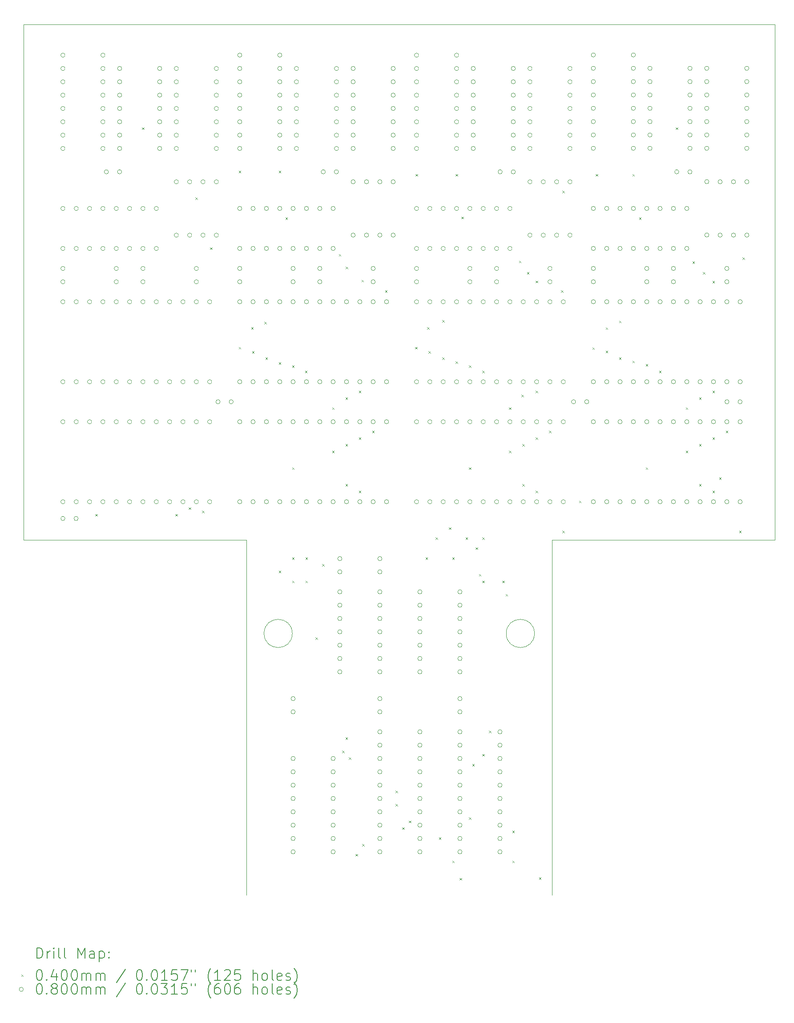
<source format=gbr>
%FSLAX45Y45*%
G04 Gerber Fmt 4.5, Leading zero omitted, Abs format (unit mm)*
G04 Created by KiCad (PCBNEW (6.0.0)) date 2022-08-18 21:38:26*
%MOMM*%
%LPD*%
G01*
G04 APERTURE LIST*
%TA.AperFunction,Profile*%
%ADD10C,0.100000*%
%TD*%
%ADD11C,0.200000*%
%ADD12C,0.040000*%
%ADD13C,0.080000*%
G04 APERTURE END LIST*
D10*
X4649000Y-11585620D02*
X4649000Y-1767160D01*
X18950140Y-11585620D02*
X18950140Y-1767160D01*
X9763696Y-13367000D02*
G75*
G03*
X9763696Y-13367000I-268830J0D01*
G01*
X14709140Y-11585620D02*
X18950140Y-11585620D01*
X4649000Y-1767160D02*
X18950140Y-1767160D01*
X14373104Y-13367000D02*
G75*
G03*
X14373104Y-13367000I-268830J0D01*
G01*
X8890000Y-18354000D02*
X8890000Y-11585620D01*
X14709140Y-18354000D02*
X14709140Y-11585620D01*
X4649000Y-11585620D02*
X8890000Y-11585620D01*
D11*
D12*
X6012500Y-11092500D02*
X6052500Y-11132500D01*
X6052500Y-11092500D02*
X6012500Y-11132500D01*
X6901500Y-3726500D02*
X6941500Y-3766500D01*
X6941500Y-3726500D02*
X6901500Y-3766500D01*
X7536500Y-11092500D02*
X7576500Y-11132500D01*
X7576500Y-11092500D02*
X7536500Y-11132500D01*
X7790500Y-10965500D02*
X7830500Y-11005500D01*
X7830500Y-10965500D02*
X7790500Y-11005500D01*
X7917500Y-5060000D02*
X7957500Y-5100000D01*
X7957500Y-5060000D02*
X7917500Y-5100000D01*
X8044500Y-11029000D02*
X8084500Y-11069000D01*
X8084500Y-11029000D02*
X8044500Y-11069000D01*
X8197500Y-6012500D02*
X8237500Y-6052500D01*
X8237500Y-6012500D02*
X8197500Y-6052500D01*
X8743000Y-4552000D02*
X8783000Y-4592000D01*
X8783000Y-4552000D02*
X8743000Y-4592000D01*
X8743000Y-7907000D02*
X8783000Y-7947000D01*
X8783000Y-7907000D02*
X8743000Y-7947000D01*
X8980000Y-7530000D02*
X9020000Y-7570000D01*
X9020000Y-7530000D02*
X8980000Y-7570000D01*
X8997549Y-7989951D02*
X9037549Y-8029951D01*
X9037549Y-7989951D02*
X8997549Y-8029951D01*
X9230000Y-7430000D02*
X9270000Y-7470000D01*
X9270000Y-7430000D02*
X9230000Y-7470000D01*
X9251000Y-8104000D02*
X9291000Y-8144000D01*
X9291000Y-8104000D02*
X9251000Y-8144000D01*
X9505000Y-4552000D02*
X9545000Y-4592000D01*
X9545000Y-4552000D02*
X9505000Y-4592000D01*
X9505000Y-8200000D02*
X9545000Y-8240000D01*
X9545000Y-8200000D02*
X9505000Y-8240000D01*
X9505000Y-12172000D02*
X9545000Y-12212000D01*
X9545000Y-12172000D02*
X9505000Y-12212000D01*
X9632000Y-5441000D02*
X9672000Y-5481000D01*
X9672000Y-5441000D02*
X9632000Y-5481000D01*
X9759000Y-8258500D02*
X9799000Y-8298500D01*
X9799000Y-8258500D02*
X9759000Y-8298500D01*
X9759000Y-10203500D02*
X9799000Y-10243500D01*
X9799000Y-10203500D02*
X9759000Y-10243500D01*
X9759000Y-11918000D02*
X9799000Y-11958000D01*
X9799000Y-11918000D02*
X9759000Y-11958000D01*
X9759000Y-12362500D02*
X9799000Y-12402500D01*
X9799000Y-12362500D02*
X9759000Y-12402500D01*
X10005500Y-8362000D02*
X10045500Y-8402000D01*
X10045500Y-8362000D02*
X10005500Y-8402000D01*
X10013000Y-11918000D02*
X10053000Y-11958000D01*
X10053000Y-11918000D02*
X10013000Y-11958000D01*
X10013000Y-12362500D02*
X10053000Y-12402500D01*
X10053000Y-12362500D02*
X10013000Y-12402500D01*
X10203500Y-13442000D02*
X10243500Y-13482000D01*
X10243500Y-13442000D02*
X10203500Y-13482000D01*
X10330500Y-12045000D02*
X10370500Y-12085000D01*
X10370500Y-12045000D02*
X10330500Y-12085000D01*
X10521000Y-9060500D02*
X10561000Y-9100500D01*
X10561000Y-9060500D02*
X10521000Y-9100500D01*
X10521000Y-9886000D02*
X10561000Y-9926000D01*
X10561000Y-9886000D02*
X10521000Y-9926000D01*
X10648000Y-6139500D02*
X10688000Y-6179500D01*
X10688000Y-6139500D02*
X10648000Y-6179500D01*
X10711500Y-15601000D02*
X10751500Y-15641000D01*
X10751500Y-15601000D02*
X10711500Y-15641000D01*
X10775000Y-8870000D02*
X10815000Y-8910000D01*
X10815000Y-8870000D02*
X10775000Y-8910000D01*
X10775000Y-9759000D02*
X10815000Y-9799000D01*
X10815000Y-9759000D02*
X10775000Y-9799000D01*
X10775000Y-10521000D02*
X10815000Y-10561000D01*
X10815000Y-10521000D02*
X10775000Y-10561000D01*
X10775000Y-15347000D02*
X10815000Y-15387000D01*
X10815000Y-15347000D02*
X10775000Y-15387000D01*
X10780000Y-6380000D02*
X10820000Y-6420000D01*
X10820000Y-6380000D02*
X10780000Y-6420000D01*
X10838500Y-15728000D02*
X10878500Y-15768000D01*
X10878500Y-15728000D02*
X10838500Y-15768000D01*
X10965500Y-17569500D02*
X11005500Y-17609500D01*
X11005500Y-17569500D02*
X10965500Y-17609500D01*
X11029000Y-8743000D02*
X11069000Y-8783000D01*
X11069000Y-8743000D02*
X11029000Y-8783000D01*
X11029000Y-9632000D02*
X11069000Y-9672000D01*
X11069000Y-9632000D02*
X11029000Y-9672000D01*
X11029000Y-10648000D02*
X11069000Y-10688000D01*
X11069000Y-10648000D02*
X11029000Y-10688000D01*
X11080000Y-6630000D02*
X11120000Y-6670000D01*
X11120000Y-6630000D02*
X11080000Y-6670000D01*
X11092500Y-17379000D02*
X11132500Y-17419000D01*
X11132500Y-17379000D02*
X11092500Y-17419000D01*
X11283000Y-9505000D02*
X11323000Y-9545000D01*
X11323000Y-9505000D02*
X11283000Y-9545000D01*
X11530000Y-6830000D02*
X11570000Y-6870000D01*
X11570000Y-6830000D02*
X11530000Y-6870000D01*
X11727500Y-16363000D02*
X11767500Y-16403000D01*
X11767500Y-16363000D02*
X11727500Y-16403000D01*
X11727500Y-16617000D02*
X11767500Y-16657000D01*
X11767500Y-16617000D02*
X11727500Y-16657000D01*
X11854500Y-17061500D02*
X11894500Y-17101500D01*
X11894500Y-17061500D02*
X11854500Y-17101500D01*
X11981500Y-16934500D02*
X12021500Y-16974500D01*
X12021500Y-16934500D02*
X11981500Y-16974500D01*
X12103000Y-7907000D02*
X12143000Y-7947000D01*
X12143000Y-7907000D02*
X12103000Y-7947000D01*
X12108500Y-4615500D02*
X12148500Y-4655500D01*
X12148500Y-4615500D02*
X12108500Y-4655500D01*
X12299000Y-11918000D02*
X12339000Y-11958000D01*
X12339000Y-11918000D02*
X12299000Y-11958000D01*
X12330000Y-7530000D02*
X12370000Y-7570000D01*
X12370000Y-7530000D02*
X12330000Y-7570000D01*
X12355049Y-7989951D02*
X12395049Y-8029951D01*
X12395049Y-7989951D02*
X12355049Y-8029951D01*
X12489500Y-11537000D02*
X12529500Y-11577000D01*
X12529500Y-11537000D02*
X12489500Y-11577000D01*
X12553000Y-17252000D02*
X12593000Y-17292000D01*
X12593000Y-17252000D02*
X12553000Y-17292000D01*
X12616500Y-7393500D02*
X12656500Y-7433500D01*
X12656500Y-7393500D02*
X12616500Y-7433500D01*
X12618500Y-8104000D02*
X12658500Y-8144000D01*
X12658500Y-8104000D02*
X12618500Y-8144000D01*
X12743500Y-11346500D02*
X12783500Y-11386500D01*
X12783500Y-11346500D02*
X12743500Y-11386500D01*
X12807000Y-11918000D02*
X12847000Y-11958000D01*
X12847000Y-11918000D02*
X12807000Y-11958000D01*
X12807000Y-17696500D02*
X12847000Y-17736500D01*
X12847000Y-17696500D02*
X12807000Y-17736500D01*
X12870500Y-4615500D02*
X12910500Y-4655500D01*
X12910500Y-4615500D02*
X12870500Y-4655500D01*
X12873951Y-8186049D02*
X12913951Y-8226049D01*
X12913951Y-8186049D02*
X12873951Y-8226049D01*
X12945430Y-18025430D02*
X12985430Y-18065430D01*
X12985430Y-18025430D02*
X12945430Y-18065430D01*
X12982951Y-5427049D02*
X13022951Y-5467049D01*
X13022951Y-5427049D02*
X12982951Y-5467049D01*
X13061000Y-11537000D02*
X13101000Y-11577000D01*
X13101000Y-11537000D02*
X13061000Y-11577000D01*
X13124500Y-10203500D02*
X13164500Y-10243500D01*
X13164500Y-10203500D02*
X13124500Y-10243500D01*
X13124500Y-16871000D02*
X13164500Y-16911000D01*
X13164500Y-16871000D02*
X13124500Y-16911000D01*
X13126500Y-8258500D02*
X13166500Y-8298500D01*
X13166500Y-8258500D02*
X13126500Y-8298500D01*
X13188000Y-15855000D02*
X13228000Y-15895000D01*
X13228000Y-15855000D02*
X13188000Y-15895000D01*
X13251500Y-11727500D02*
X13291500Y-11767500D01*
X13291500Y-11727500D02*
X13251500Y-11767500D01*
X13315000Y-12235500D02*
X13355000Y-12275500D01*
X13355000Y-12235500D02*
X13315000Y-12275500D01*
X13378000Y-8362000D02*
X13418000Y-8402000D01*
X13418000Y-8362000D02*
X13378000Y-8402000D01*
X13378500Y-11537000D02*
X13418500Y-11577000D01*
X13418500Y-11537000D02*
X13378500Y-11577000D01*
X13378500Y-12362500D02*
X13418500Y-12402500D01*
X13418500Y-12362500D02*
X13378500Y-12402500D01*
X13378500Y-15664500D02*
X13418500Y-15704500D01*
X13418500Y-15664500D02*
X13378500Y-15704500D01*
X13505500Y-15220000D02*
X13545500Y-15260000D01*
X13545500Y-15220000D02*
X13505500Y-15260000D01*
X13759500Y-12362500D02*
X13799500Y-12402500D01*
X13799500Y-12362500D02*
X13759500Y-12402500D01*
X13823000Y-12616500D02*
X13863000Y-12656500D01*
X13863000Y-12616500D02*
X13823000Y-12656500D01*
X13886500Y-9060500D02*
X13926500Y-9100500D01*
X13926500Y-9060500D02*
X13886500Y-9100500D01*
X13886500Y-9886000D02*
X13926500Y-9926000D01*
X13926500Y-9886000D02*
X13886500Y-9926000D01*
X13950000Y-17125000D02*
X13990000Y-17165000D01*
X13990000Y-17125000D02*
X13950000Y-17165000D01*
X13950000Y-17696500D02*
X13990000Y-17736500D01*
X13990000Y-17696500D02*
X13950000Y-17736500D01*
X14077000Y-6266500D02*
X14117000Y-6306500D01*
X14117000Y-6266500D02*
X14077000Y-6306500D01*
X14125951Y-8821049D02*
X14165951Y-8861049D01*
X14165951Y-8821049D02*
X14125951Y-8861049D01*
X14140500Y-9759000D02*
X14180500Y-9799000D01*
X14180500Y-9759000D02*
X14140500Y-9799000D01*
X14140500Y-10521000D02*
X14180500Y-10561000D01*
X14180500Y-10521000D02*
X14140500Y-10561000D01*
X14230000Y-6480000D02*
X14270000Y-6520000D01*
X14270000Y-6480000D02*
X14230000Y-6520000D01*
X14394500Y-6647500D02*
X14434500Y-6687500D01*
X14434500Y-6647500D02*
X14394500Y-6687500D01*
X14394500Y-9632000D02*
X14434500Y-9672000D01*
X14434500Y-9632000D02*
X14394500Y-9672000D01*
X14394500Y-10648000D02*
X14434500Y-10688000D01*
X14434500Y-10648000D02*
X14394500Y-10688000D01*
X14395000Y-8742500D02*
X14435000Y-8782500D01*
X14435000Y-8742500D02*
X14395000Y-8782500D01*
X14458000Y-18014000D02*
X14498000Y-18054000D01*
X14498000Y-18014000D02*
X14458000Y-18054000D01*
X14648500Y-9505000D02*
X14688500Y-9545000D01*
X14688500Y-9505000D02*
X14648500Y-9545000D01*
X14880000Y-6830000D02*
X14920000Y-6870000D01*
X14920000Y-6830000D02*
X14880000Y-6870000D01*
X14902500Y-4933000D02*
X14942500Y-4973000D01*
X14942500Y-4933000D02*
X14902500Y-4973000D01*
X14902500Y-11410000D02*
X14942500Y-11450000D01*
X14942500Y-11410000D02*
X14902500Y-11450000D01*
X15220000Y-10838500D02*
X15260000Y-10878500D01*
X15260000Y-10838500D02*
X15220000Y-10878500D01*
X15474000Y-7917500D02*
X15514000Y-7957500D01*
X15514000Y-7917500D02*
X15474000Y-7957500D01*
X15537500Y-4615500D02*
X15577500Y-4655500D01*
X15577500Y-4615500D02*
X15537500Y-4655500D01*
X15728000Y-7536500D02*
X15768000Y-7576500D01*
X15768000Y-7536500D02*
X15728000Y-7576500D01*
X15728000Y-7981000D02*
X15768000Y-8021000D01*
X15768000Y-7981000D02*
X15728000Y-8021000D01*
X15982000Y-7409500D02*
X16022000Y-7449500D01*
X16022000Y-7409500D02*
X15982000Y-7449500D01*
X15982000Y-8108000D02*
X16022000Y-8148000D01*
X16022000Y-8108000D02*
X15982000Y-8148000D01*
X16236000Y-4615500D02*
X16276000Y-4655500D01*
X16276000Y-4615500D02*
X16236000Y-4655500D01*
X16236000Y-8171500D02*
X16276000Y-8211500D01*
X16276000Y-8171500D02*
X16236000Y-8211500D01*
X16363000Y-5441000D02*
X16403000Y-5481000D01*
X16403000Y-5441000D02*
X16363000Y-5481000D01*
X16490000Y-8235000D02*
X16530000Y-8275000D01*
X16530000Y-8235000D02*
X16490000Y-8275000D01*
X16490000Y-10203500D02*
X16530000Y-10243500D01*
X16530000Y-10203500D02*
X16490000Y-10243500D01*
X16744000Y-8362000D02*
X16784000Y-8402000D01*
X16784000Y-8362000D02*
X16744000Y-8402000D01*
X17061500Y-3726500D02*
X17101500Y-3766500D01*
X17101500Y-3726500D02*
X17061500Y-3766500D01*
X17252000Y-9060500D02*
X17292000Y-9100500D01*
X17292000Y-9060500D02*
X17252000Y-9100500D01*
X17252000Y-9886000D02*
X17292000Y-9926000D01*
X17292000Y-9886000D02*
X17252000Y-9926000D01*
X17380000Y-6280000D02*
X17420000Y-6320000D01*
X17420000Y-6280000D02*
X17380000Y-6320000D01*
X17506000Y-9759000D02*
X17546000Y-9799000D01*
X17546000Y-9759000D02*
X17506000Y-9799000D01*
X17506000Y-10521000D02*
X17546000Y-10561000D01*
X17546000Y-10521000D02*
X17506000Y-10561000D01*
X17506500Y-8869500D02*
X17546500Y-8909500D01*
X17546500Y-8869500D02*
X17506500Y-8909500D01*
X17580000Y-6480000D02*
X17620000Y-6520000D01*
X17620000Y-6480000D02*
X17580000Y-6520000D01*
X17760000Y-9632000D02*
X17800000Y-9672000D01*
X17800000Y-9632000D02*
X17760000Y-9672000D01*
X17760000Y-10648000D02*
X17800000Y-10688000D01*
X17800000Y-10648000D02*
X17760000Y-10688000D01*
X17760500Y-6649500D02*
X17800500Y-6689500D01*
X17800500Y-6649500D02*
X17760500Y-6689500D01*
X17760500Y-8742500D02*
X17800500Y-8782500D01*
X17800500Y-8742500D02*
X17760500Y-8782500D01*
X17887000Y-10394000D02*
X17927000Y-10434000D01*
X17927000Y-10394000D02*
X17887000Y-10434000D01*
X18014000Y-9505000D02*
X18054000Y-9545000D01*
X18054000Y-9505000D02*
X18014000Y-9545000D01*
X18268000Y-11410000D02*
X18308000Y-11450000D01*
X18308000Y-11410000D02*
X18268000Y-11450000D01*
X18331500Y-6203000D02*
X18371500Y-6243000D01*
X18371500Y-6203000D02*
X18331500Y-6243000D01*
D13*
X5437500Y-2349500D02*
G75*
G03*
X5437500Y-2349500I-40000J0D01*
G01*
X5437500Y-2603500D02*
G75*
G03*
X5437500Y-2603500I-40000J0D01*
G01*
X5437500Y-2857500D02*
G75*
G03*
X5437500Y-2857500I-40000J0D01*
G01*
X5437500Y-3111500D02*
G75*
G03*
X5437500Y-3111500I-40000J0D01*
G01*
X5437500Y-3365500D02*
G75*
G03*
X5437500Y-3365500I-40000J0D01*
G01*
X5437500Y-3619500D02*
G75*
G03*
X5437500Y-3619500I-40000J0D01*
G01*
X5437500Y-3873500D02*
G75*
G03*
X5437500Y-3873500I-40000J0D01*
G01*
X5437500Y-4127500D02*
G75*
G03*
X5437500Y-4127500I-40000J0D01*
G01*
X5437500Y-5270500D02*
G75*
G03*
X5437500Y-5270500I-40000J0D01*
G01*
X5437500Y-6032500D02*
G75*
G03*
X5437500Y-6032500I-40000J0D01*
G01*
X5437500Y-6413500D02*
G75*
G03*
X5437500Y-6413500I-40000J0D01*
G01*
X5437500Y-6667500D02*
G75*
G03*
X5437500Y-6667500I-40000J0D01*
G01*
X5437500Y-7048500D02*
G75*
G03*
X5437500Y-7048500I-40000J0D01*
G01*
X5437500Y-8572500D02*
G75*
G03*
X5437500Y-8572500I-40000J0D01*
G01*
X5437500Y-9334500D02*
G75*
G03*
X5437500Y-9334500I-40000J0D01*
G01*
X5437500Y-10858500D02*
G75*
G03*
X5437500Y-10858500I-40000J0D01*
G01*
X5437500Y-11176000D02*
G75*
G03*
X5437500Y-11176000I-40000J0D01*
G01*
X5687500Y-11176000D02*
G75*
G03*
X5687500Y-11176000I-40000J0D01*
G01*
X5691500Y-5270500D02*
G75*
G03*
X5691500Y-5270500I-40000J0D01*
G01*
X5691500Y-6032500D02*
G75*
G03*
X5691500Y-6032500I-40000J0D01*
G01*
X5691500Y-7048500D02*
G75*
G03*
X5691500Y-7048500I-40000J0D01*
G01*
X5691500Y-8572500D02*
G75*
G03*
X5691500Y-8572500I-40000J0D01*
G01*
X5691500Y-9334500D02*
G75*
G03*
X5691500Y-9334500I-40000J0D01*
G01*
X5691500Y-10858500D02*
G75*
G03*
X5691500Y-10858500I-40000J0D01*
G01*
X5945500Y-5270500D02*
G75*
G03*
X5945500Y-5270500I-40000J0D01*
G01*
X5945500Y-6032500D02*
G75*
G03*
X5945500Y-6032500I-40000J0D01*
G01*
X5945500Y-7048500D02*
G75*
G03*
X5945500Y-7048500I-40000J0D01*
G01*
X5945500Y-8572500D02*
G75*
G03*
X5945500Y-8572500I-40000J0D01*
G01*
X5945500Y-9334500D02*
G75*
G03*
X5945500Y-9334500I-40000J0D01*
G01*
X5945500Y-10858500D02*
G75*
G03*
X5945500Y-10858500I-40000J0D01*
G01*
X6199500Y-2349500D02*
G75*
G03*
X6199500Y-2349500I-40000J0D01*
G01*
X6199500Y-2603500D02*
G75*
G03*
X6199500Y-2603500I-40000J0D01*
G01*
X6199500Y-2857500D02*
G75*
G03*
X6199500Y-2857500I-40000J0D01*
G01*
X6199500Y-3111500D02*
G75*
G03*
X6199500Y-3111500I-40000J0D01*
G01*
X6199500Y-3365500D02*
G75*
G03*
X6199500Y-3365500I-40000J0D01*
G01*
X6199500Y-3619500D02*
G75*
G03*
X6199500Y-3619500I-40000J0D01*
G01*
X6199500Y-3873500D02*
G75*
G03*
X6199500Y-3873500I-40000J0D01*
G01*
X6199500Y-4127500D02*
G75*
G03*
X6199500Y-4127500I-40000J0D01*
G01*
X6199500Y-5270500D02*
G75*
G03*
X6199500Y-5270500I-40000J0D01*
G01*
X6199500Y-6032500D02*
G75*
G03*
X6199500Y-6032500I-40000J0D01*
G01*
X6199500Y-7048500D02*
G75*
G03*
X6199500Y-7048500I-40000J0D01*
G01*
X6199500Y-8572500D02*
G75*
G03*
X6199500Y-8572500I-40000J0D01*
G01*
X6199500Y-9334500D02*
G75*
G03*
X6199500Y-9334500I-40000J0D01*
G01*
X6199500Y-10858500D02*
G75*
G03*
X6199500Y-10858500I-40000J0D01*
G01*
X6265000Y-4572000D02*
G75*
G03*
X6265000Y-4572000I-40000J0D01*
G01*
X6453500Y-5270500D02*
G75*
G03*
X6453500Y-5270500I-40000J0D01*
G01*
X6453500Y-6032500D02*
G75*
G03*
X6453500Y-6032500I-40000J0D01*
G01*
X6453500Y-6413500D02*
G75*
G03*
X6453500Y-6413500I-40000J0D01*
G01*
X6453500Y-6667500D02*
G75*
G03*
X6453500Y-6667500I-40000J0D01*
G01*
X6453500Y-7048500D02*
G75*
G03*
X6453500Y-7048500I-40000J0D01*
G01*
X6453500Y-8572500D02*
G75*
G03*
X6453500Y-8572500I-40000J0D01*
G01*
X6453500Y-9334500D02*
G75*
G03*
X6453500Y-9334500I-40000J0D01*
G01*
X6453500Y-10858500D02*
G75*
G03*
X6453500Y-10858500I-40000J0D01*
G01*
X6515000Y-4572000D02*
G75*
G03*
X6515000Y-4572000I-40000J0D01*
G01*
X6517000Y-2603500D02*
G75*
G03*
X6517000Y-2603500I-40000J0D01*
G01*
X6517000Y-2857500D02*
G75*
G03*
X6517000Y-2857500I-40000J0D01*
G01*
X6517000Y-3111500D02*
G75*
G03*
X6517000Y-3111500I-40000J0D01*
G01*
X6517000Y-3365500D02*
G75*
G03*
X6517000Y-3365500I-40000J0D01*
G01*
X6517000Y-3619500D02*
G75*
G03*
X6517000Y-3619500I-40000J0D01*
G01*
X6517000Y-3873500D02*
G75*
G03*
X6517000Y-3873500I-40000J0D01*
G01*
X6517000Y-4127500D02*
G75*
G03*
X6517000Y-4127500I-40000J0D01*
G01*
X6707500Y-5270500D02*
G75*
G03*
X6707500Y-5270500I-40000J0D01*
G01*
X6707500Y-6032500D02*
G75*
G03*
X6707500Y-6032500I-40000J0D01*
G01*
X6707500Y-7048500D02*
G75*
G03*
X6707500Y-7048500I-40000J0D01*
G01*
X6707500Y-8572500D02*
G75*
G03*
X6707500Y-8572500I-40000J0D01*
G01*
X6707500Y-9334500D02*
G75*
G03*
X6707500Y-9334500I-40000J0D01*
G01*
X6707500Y-10858500D02*
G75*
G03*
X6707500Y-10858500I-40000J0D01*
G01*
X6961500Y-5270500D02*
G75*
G03*
X6961500Y-5270500I-40000J0D01*
G01*
X6961500Y-6032500D02*
G75*
G03*
X6961500Y-6032500I-40000J0D01*
G01*
X6961500Y-6413500D02*
G75*
G03*
X6961500Y-6413500I-40000J0D01*
G01*
X6961500Y-6667500D02*
G75*
G03*
X6961500Y-6667500I-40000J0D01*
G01*
X6961500Y-7048500D02*
G75*
G03*
X6961500Y-7048500I-40000J0D01*
G01*
X6961500Y-8572500D02*
G75*
G03*
X6961500Y-8572500I-40000J0D01*
G01*
X6961500Y-9334500D02*
G75*
G03*
X6961500Y-9334500I-40000J0D01*
G01*
X6961500Y-10858500D02*
G75*
G03*
X6961500Y-10858500I-40000J0D01*
G01*
X7215500Y-5270500D02*
G75*
G03*
X7215500Y-5270500I-40000J0D01*
G01*
X7215500Y-6032500D02*
G75*
G03*
X7215500Y-6032500I-40000J0D01*
G01*
X7215500Y-7048500D02*
G75*
G03*
X7215500Y-7048500I-40000J0D01*
G01*
X7215500Y-8572500D02*
G75*
G03*
X7215500Y-8572500I-40000J0D01*
G01*
X7215500Y-9334500D02*
G75*
G03*
X7215500Y-9334500I-40000J0D01*
G01*
X7215500Y-10858500D02*
G75*
G03*
X7215500Y-10858500I-40000J0D01*
G01*
X7279000Y-2603500D02*
G75*
G03*
X7279000Y-2603500I-40000J0D01*
G01*
X7279000Y-2857500D02*
G75*
G03*
X7279000Y-2857500I-40000J0D01*
G01*
X7279000Y-3111500D02*
G75*
G03*
X7279000Y-3111500I-40000J0D01*
G01*
X7279000Y-3365500D02*
G75*
G03*
X7279000Y-3365500I-40000J0D01*
G01*
X7279000Y-3619500D02*
G75*
G03*
X7279000Y-3619500I-40000J0D01*
G01*
X7279000Y-3873500D02*
G75*
G03*
X7279000Y-3873500I-40000J0D01*
G01*
X7279000Y-4127500D02*
G75*
G03*
X7279000Y-4127500I-40000J0D01*
G01*
X7469500Y-7048500D02*
G75*
G03*
X7469500Y-7048500I-40000J0D01*
G01*
X7469500Y-8572500D02*
G75*
G03*
X7469500Y-8572500I-40000J0D01*
G01*
X7469500Y-9334500D02*
G75*
G03*
X7469500Y-9334500I-40000J0D01*
G01*
X7469500Y-10858500D02*
G75*
G03*
X7469500Y-10858500I-40000J0D01*
G01*
X7596500Y-2603500D02*
G75*
G03*
X7596500Y-2603500I-40000J0D01*
G01*
X7596500Y-2857500D02*
G75*
G03*
X7596500Y-2857500I-40000J0D01*
G01*
X7596500Y-3111500D02*
G75*
G03*
X7596500Y-3111500I-40000J0D01*
G01*
X7596500Y-3365500D02*
G75*
G03*
X7596500Y-3365500I-40000J0D01*
G01*
X7596500Y-3619500D02*
G75*
G03*
X7596500Y-3619500I-40000J0D01*
G01*
X7596500Y-3873500D02*
G75*
G03*
X7596500Y-3873500I-40000J0D01*
G01*
X7596500Y-4127500D02*
G75*
G03*
X7596500Y-4127500I-40000J0D01*
G01*
X7596500Y-4762500D02*
G75*
G03*
X7596500Y-4762500I-40000J0D01*
G01*
X7596500Y-5778500D02*
G75*
G03*
X7596500Y-5778500I-40000J0D01*
G01*
X7723500Y-7048500D02*
G75*
G03*
X7723500Y-7048500I-40000J0D01*
G01*
X7723500Y-8572500D02*
G75*
G03*
X7723500Y-8572500I-40000J0D01*
G01*
X7723500Y-9334500D02*
G75*
G03*
X7723500Y-9334500I-40000J0D01*
G01*
X7723500Y-10858500D02*
G75*
G03*
X7723500Y-10858500I-40000J0D01*
G01*
X7850500Y-4762500D02*
G75*
G03*
X7850500Y-4762500I-40000J0D01*
G01*
X7850500Y-5778500D02*
G75*
G03*
X7850500Y-5778500I-40000J0D01*
G01*
X7977500Y-6413500D02*
G75*
G03*
X7977500Y-6413500I-40000J0D01*
G01*
X7977500Y-6667500D02*
G75*
G03*
X7977500Y-6667500I-40000J0D01*
G01*
X7977500Y-7048500D02*
G75*
G03*
X7977500Y-7048500I-40000J0D01*
G01*
X7977500Y-8572500D02*
G75*
G03*
X7977500Y-8572500I-40000J0D01*
G01*
X7977500Y-9334500D02*
G75*
G03*
X7977500Y-9334500I-40000J0D01*
G01*
X7977500Y-10858500D02*
G75*
G03*
X7977500Y-10858500I-40000J0D01*
G01*
X8104500Y-4762500D02*
G75*
G03*
X8104500Y-4762500I-40000J0D01*
G01*
X8104500Y-5778500D02*
G75*
G03*
X8104500Y-5778500I-40000J0D01*
G01*
X8231500Y-7048500D02*
G75*
G03*
X8231500Y-7048500I-40000J0D01*
G01*
X8231500Y-8572500D02*
G75*
G03*
X8231500Y-8572500I-40000J0D01*
G01*
X8231500Y-9334500D02*
G75*
G03*
X8231500Y-9334500I-40000J0D01*
G01*
X8231500Y-10858500D02*
G75*
G03*
X8231500Y-10858500I-40000J0D01*
G01*
X8358500Y-2603500D02*
G75*
G03*
X8358500Y-2603500I-40000J0D01*
G01*
X8358500Y-2857500D02*
G75*
G03*
X8358500Y-2857500I-40000J0D01*
G01*
X8358500Y-3111500D02*
G75*
G03*
X8358500Y-3111500I-40000J0D01*
G01*
X8358500Y-3365500D02*
G75*
G03*
X8358500Y-3365500I-40000J0D01*
G01*
X8358500Y-3619500D02*
G75*
G03*
X8358500Y-3619500I-40000J0D01*
G01*
X8358500Y-3873500D02*
G75*
G03*
X8358500Y-3873500I-40000J0D01*
G01*
X8358500Y-4127500D02*
G75*
G03*
X8358500Y-4127500I-40000J0D01*
G01*
X8358500Y-4762500D02*
G75*
G03*
X8358500Y-4762500I-40000J0D01*
G01*
X8358500Y-5778500D02*
G75*
G03*
X8358500Y-5778500I-40000J0D01*
G01*
X8390000Y-8953500D02*
G75*
G03*
X8390000Y-8953500I-40000J0D01*
G01*
X8640000Y-8953500D02*
G75*
G03*
X8640000Y-8953500I-40000J0D01*
G01*
X8803000Y-2349500D02*
G75*
G03*
X8803000Y-2349500I-40000J0D01*
G01*
X8803000Y-2603500D02*
G75*
G03*
X8803000Y-2603500I-40000J0D01*
G01*
X8803000Y-2857500D02*
G75*
G03*
X8803000Y-2857500I-40000J0D01*
G01*
X8803000Y-3111500D02*
G75*
G03*
X8803000Y-3111500I-40000J0D01*
G01*
X8803000Y-3365500D02*
G75*
G03*
X8803000Y-3365500I-40000J0D01*
G01*
X8803000Y-3619500D02*
G75*
G03*
X8803000Y-3619500I-40000J0D01*
G01*
X8803000Y-3873500D02*
G75*
G03*
X8803000Y-3873500I-40000J0D01*
G01*
X8803000Y-4127500D02*
G75*
G03*
X8803000Y-4127500I-40000J0D01*
G01*
X8803000Y-5270500D02*
G75*
G03*
X8803000Y-5270500I-40000J0D01*
G01*
X8803000Y-6032500D02*
G75*
G03*
X8803000Y-6032500I-40000J0D01*
G01*
X8803000Y-6413500D02*
G75*
G03*
X8803000Y-6413500I-40000J0D01*
G01*
X8803000Y-6667500D02*
G75*
G03*
X8803000Y-6667500I-40000J0D01*
G01*
X8803000Y-7048500D02*
G75*
G03*
X8803000Y-7048500I-40000J0D01*
G01*
X8803000Y-8572500D02*
G75*
G03*
X8803000Y-8572500I-40000J0D01*
G01*
X8803000Y-9334500D02*
G75*
G03*
X8803000Y-9334500I-40000J0D01*
G01*
X8803000Y-10858500D02*
G75*
G03*
X8803000Y-10858500I-40000J0D01*
G01*
X9057000Y-5270500D02*
G75*
G03*
X9057000Y-5270500I-40000J0D01*
G01*
X9057000Y-6032500D02*
G75*
G03*
X9057000Y-6032500I-40000J0D01*
G01*
X9057000Y-7048500D02*
G75*
G03*
X9057000Y-7048500I-40000J0D01*
G01*
X9057000Y-8572500D02*
G75*
G03*
X9057000Y-8572500I-40000J0D01*
G01*
X9057000Y-9334500D02*
G75*
G03*
X9057000Y-9334500I-40000J0D01*
G01*
X9057000Y-10858500D02*
G75*
G03*
X9057000Y-10858500I-40000J0D01*
G01*
X9311000Y-5270500D02*
G75*
G03*
X9311000Y-5270500I-40000J0D01*
G01*
X9311000Y-6032500D02*
G75*
G03*
X9311000Y-6032500I-40000J0D01*
G01*
X9311000Y-7048500D02*
G75*
G03*
X9311000Y-7048500I-40000J0D01*
G01*
X9311000Y-8572500D02*
G75*
G03*
X9311000Y-8572500I-40000J0D01*
G01*
X9311000Y-9334500D02*
G75*
G03*
X9311000Y-9334500I-40000J0D01*
G01*
X9311000Y-10858500D02*
G75*
G03*
X9311000Y-10858500I-40000J0D01*
G01*
X9565000Y-2349500D02*
G75*
G03*
X9565000Y-2349500I-40000J0D01*
G01*
X9565000Y-2603500D02*
G75*
G03*
X9565000Y-2603500I-40000J0D01*
G01*
X9565000Y-2857500D02*
G75*
G03*
X9565000Y-2857500I-40000J0D01*
G01*
X9565000Y-3111500D02*
G75*
G03*
X9565000Y-3111500I-40000J0D01*
G01*
X9565000Y-3365500D02*
G75*
G03*
X9565000Y-3365500I-40000J0D01*
G01*
X9565000Y-3619500D02*
G75*
G03*
X9565000Y-3619500I-40000J0D01*
G01*
X9565000Y-3873500D02*
G75*
G03*
X9565000Y-3873500I-40000J0D01*
G01*
X9565000Y-4127500D02*
G75*
G03*
X9565000Y-4127500I-40000J0D01*
G01*
X9565000Y-5270500D02*
G75*
G03*
X9565000Y-5270500I-40000J0D01*
G01*
X9565000Y-6032500D02*
G75*
G03*
X9565000Y-6032500I-40000J0D01*
G01*
X9565000Y-7048500D02*
G75*
G03*
X9565000Y-7048500I-40000J0D01*
G01*
X9565000Y-8572500D02*
G75*
G03*
X9565000Y-8572500I-40000J0D01*
G01*
X9565000Y-9334500D02*
G75*
G03*
X9565000Y-9334500I-40000J0D01*
G01*
X9565000Y-10858500D02*
G75*
G03*
X9565000Y-10858500I-40000J0D01*
G01*
X9819000Y-5270500D02*
G75*
G03*
X9819000Y-5270500I-40000J0D01*
G01*
X9819000Y-6032500D02*
G75*
G03*
X9819000Y-6032500I-40000J0D01*
G01*
X9819000Y-6413500D02*
G75*
G03*
X9819000Y-6413500I-40000J0D01*
G01*
X9819000Y-6667500D02*
G75*
G03*
X9819000Y-6667500I-40000J0D01*
G01*
X9819000Y-7048500D02*
G75*
G03*
X9819000Y-7048500I-40000J0D01*
G01*
X9819000Y-8572500D02*
G75*
G03*
X9819000Y-8572500I-40000J0D01*
G01*
X9819000Y-9334500D02*
G75*
G03*
X9819000Y-9334500I-40000J0D01*
G01*
X9819000Y-10858500D02*
G75*
G03*
X9819000Y-10858500I-40000J0D01*
G01*
X9819000Y-14609000D02*
G75*
G03*
X9819000Y-14609000I-40000J0D01*
G01*
X9819000Y-14859000D02*
G75*
G03*
X9819000Y-14859000I-40000J0D01*
G01*
X9819000Y-15748000D02*
G75*
G03*
X9819000Y-15748000I-40000J0D01*
G01*
X9819000Y-16002000D02*
G75*
G03*
X9819000Y-16002000I-40000J0D01*
G01*
X9819000Y-16256000D02*
G75*
G03*
X9819000Y-16256000I-40000J0D01*
G01*
X9819000Y-16510000D02*
G75*
G03*
X9819000Y-16510000I-40000J0D01*
G01*
X9819000Y-16764000D02*
G75*
G03*
X9819000Y-16764000I-40000J0D01*
G01*
X9819000Y-17018000D02*
G75*
G03*
X9819000Y-17018000I-40000J0D01*
G01*
X9819000Y-17272000D02*
G75*
G03*
X9819000Y-17272000I-40000J0D01*
G01*
X9819000Y-17526000D02*
G75*
G03*
X9819000Y-17526000I-40000J0D01*
G01*
X9882500Y-2603500D02*
G75*
G03*
X9882500Y-2603500I-40000J0D01*
G01*
X9882500Y-2857500D02*
G75*
G03*
X9882500Y-2857500I-40000J0D01*
G01*
X9882500Y-3111500D02*
G75*
G03*
X9882500Y-3111500I-40000J0D01*
G01*
X9882500Y-3365500D02*
G75*
G03*
X9882500Y-3365500I-40000J0D01*
G01*
X9882500Y-3619500D02*
G75*
G03*
X9882500Y-3619500I-40000J0D01*
G01*
X9882500Y-3873500D02*
G75*
G03*
X9882500Y-3873500I-40000J0D01*
G01*
X9882500Y-4127500D02*
G75*
G03*
X9882500Y-4127500I-40000J0D01*
G01*
X10073000Y-5270500D02*
G75*
G03*
X10073000Y-5270500I-40000J0D01*
G01*
X10073000Y-6032500D02*
G75*
G03*
X10073000Y-6032500I-40000J0D01*
G01*
X10073000Y-7048500D02*
G75*
G03*
X10073000Y-7048500I-40000J0D01*
G01*
X10073000Y-8572500D02*
G75*
G03*
X10073000Y-8572500I-40000J0D01*
G01*
X10073000Y-9334500D02*
G75*
G03*
X10073000Y-9334500I-40000J0D01*
G01*
X10073000Y-10858500D02*
G75*
G03*
X10073000Y-10858500I-40000J0D01*
G01*
X10327000Y-5270500D02*
G75*
G03*
X10327000Y-5270500I-40000J0D01*
G01*
X10327000Y-6032500D02*
G75*
G03*
X10327000Y-6032500I-40000J0D01*
G01*
X10327000Y-6413500D02*
G75*
G03*
X10327000Y-6413500I-40000J0D01*
G01*
X10327000Y-6667500D02*
G75*
G03*
X10327000Y-6667500I-40000J0D01*
G01*
X10327000Y-7048500D02*
G75*
G03*
X10327000Y-7048500I-40000J0D01*
G01*
X10327000Y-8572500D02*
G75*
G03*
X10327000Y-8572500I-40000J0D01*
G01*
X10327000Y-9334500D02*
G75*
G03*
X10327000Y-9334500I-40000J0D01*
G01*
X10327000Y-10858500D02*
G75*
G03*
X10327000Y-10858500I-40000J0D01*
G01*
X10392500Y-4572000D02*
G75*
G03*
X10392500Y-4572000I-40000J0D01*
G01*
X10581000Y-5270500D02*
G75*
G03*
X10581000Y-5270500I-40000J0D01*
G01*
X10581000Y-6032500D02*
G75*
G03*
X10581000Y-6032500I-40000J0D01*
G01*
X10581000Y-7048500D02*
G75*
G03*
X10581000Y-7048500I-40000J0D01*
G01*
X10581000Y-8572500D02*
G75*
G03*
X10581000Y-8572500I-40000J0D01*
G01*
X10581000Y-9334500D02*
G75*
G03*
X10581000Y-9334500I-40000J0D01*
G01*
X10581000Y-10858500D02*
G75*
G03*
X10581000Y-10858500I-40000J0D01*
G01*
X10581000Y-15748000D02*
G75*
G03*
X10581000Y-15748000I-40000J0D01*
G01*
X10581000Y-16002000D02*
G75*
G03*
X10581000Y-16002000I-40000J0D01*
G01*
X10581000Y-16256000D02*
G75*
G03*
X10581000Y-16256000I-40000J0D01*
G01*
X10581000Y-16510000D02*
G75*
G03*
X10581000Y-16510000I-40000J0D01*
G01*
X10581000Y-16764000D02*
G75*
G03*
X10581000Y-16764000I-40000J0D01*
G01*
X10581000Y-17018000D02*
G75*
G03*
X10581000Y-17018000I-40000J0D01*
G01*
X10581000Y-17272000D02*
G75*
G03*
X10581000Y-17272000I-40000J0D01*
G01*
X10581000Y-17526000D02*
G75*
G03*
X10581000Y-17526000I-40000J0D01*
G01*
X10642500Y-4572000D02*
G75*
G03*
X10642500Y-4572000I-40000J0D01*
G01*
X10644500Y-2603500D02*
G75*
G03*
X10644500Y-2603500I-40000J0D01*
G01*
X10644500Y-2857500D02*
G75*
G03*
X10644500Y-2857500I-40000J0D01*
G01*
X10644500Y-3111500D02*
G75*
G03*
X10644500Y-3111500I-40000J0D01*
G01*
X10644500Y-3365500D02*
G75*
G03*
X10644500Y-3365500I-40000J0D01*
G01*
X10644500Y-3619500D02*
G75*
G03*
X10644500Y-3619500I-40000J0D01*
G01*
X10644500Y-3873500D02*
G75*
G03*
X10644500Y-3873500I-40000J0D01*
G01*
X10644500Y-4127500D02*
G75*
G03*
X10644500Y-4127500I-40000J0D01*
G01*
X10708000Y-11942000D02*
G75*
G03*
X10708000Y-11942000I-40000J0D01*
G01*
X10708000Y-12192000D02*
G75*
G03*
X10708000Y-12192000I-40000J0D01*
G01*
X10708000Y-12573000D02*
G75*
G03*
X10708000Y-12573000I-40000J0D01*
G01*
X10708000Y-12827000D02*
G75*
G03*
X10708000Y-12827000I-40000J0D01*
G01*
X10708000Y-13081000D02*
G75*
G03*
X10708000Y-13081000I-40000J0D01*
G01*
X10708000Y-13335000D02*
G75*
G03*
X10708000Y-13335000I-40000J0D01*
G01*
X10708000Y-13589000D02*
G75*
G03*
X10708000Y-13589000I-40000J0D01*
G01*
X10708000Y-13843000D02*
G75*
G03*
X10708000Y-13843000I-40000J0D01*
G01*
X10708000Y-14097000D02*
G75*
G03*
X10708000Y-14097000I-40000J0D01*
G01*
X10835000Y-7048500D02*
G75*
G03*
X10835000Y-7048500I-40000J0D01*
G01*
X10835000Y-8572500D02*
G75*
G03*
X10835000Y-8572500I-40000J0D01*
G01*
X10835000Y-9334500D02*
G75*
G03*
X10835000Y-9334500I-40000J0D01*
G01*
X10835000Y-10858500D02*
G75*
G03*
X10835000Y-10858500I-40000J0D01*
G01*
X10962000Y-2603500D02*
G75*
G03*
X10962000Y-2603500I-40000J0D01*
G01*
X10962000Y-2857500D02*
G75*
G03*
X10962000Y-2857500I-40000J0D01*
G01*
X10962000Y-3111500D02*
G75*
G03*
X10962000Y-3111500I-40000J0D01*
G01*
X10962000Y-3365500D02*
G75*
G03*
X10962000Y-3365500I-40000J0D01*
G01*
X10962000Y-3619500D02*
G75*
G03*
X10962000Y-3619500I-40000J0D01*
G01*
X10962000Y-3873500D02*
G75*
G03*
X10962000Y-3873500I-40000J0D01*
G01*
X10962000Y-4127500D02*
G75*
G03*
X10962000Y-4127500I-40000J0D01*
G01*
X10962000Y-4762500D02*
G75*
G03*
X10962000Y-4762500I-40000J0D01*
G01*
X10962000Y-5778500D02*
G75*
G03*
X10962000Y-5778500I-40000J0D01*
G01*
X11089000Y-7048500D02*
G75*
G03*
X11089000Y-7048500I-40000J0D01*
G01*
X11089000Y-8572500D02*
G75*
G03*
X11089000Y-8572500I-40000J0D01*
G01*
X11089000Y-9334500D02*
G75*
G03*
X11089000Y-9334500I-40000J0D01*
G01*
X11089000Y-10858500D02*
G75*
G03*
X11089000Y-10858500I-40000J0D01*
G01*
X11216000Y-4762500D02*
G75*
G03*
X11216000Y-4762500I-40000J0D01*
G01*
X11216000Y-5778500D02*
G75*
G03*
X11216000Y-5778500I-40000J0D01*
G01*
X11343000Y-6413500D02*
G75*
G03*
X11343000Y-6413500I-40000J0D01*
G01*
X11343000Y-6667500D02*
G75*
G03*
X11343000Y-6667500I-40000J0D01*
G01*
X11343000Y-7048500D02*
G75*
G03*
X11343000Y-7048500I-40000J0D01*
G01*
X11343000Y-8572500D02*
G75*
G03*
X11343000Y-8572500I-40000J0D01*
G01*
X11343000Y-9334500D02*
G75*
G03*
X11343000Y-9334500I-40000J0D01*
G01*
X11343000Y-10858500D02*
G75*
G03*
X11343000Y-10858500I-40000J0D01*
G01*
X11470000Y-4762500D02*
G75*
G03*
X11470000Y-4762500I-40000J0D01*
G01*
X11470000Y-5778500D02*
G75*
G03*
X11470000Y-5778500I-40000J0D01*
G01*
X11470000Y-11942000D02*
G75*
G03*
X11470000Y-11942000I-40000J0D01*
G01*
X11470000Y-12192000D02*
G75*
G03*
X11470000Y-12192000I-40000J0D01*
G01*
X11470000Y-12573000D02*
G75*
G03*
X11470000Y-12573000I-40000J0D01*
G01*
X11470000Y-12827000D02*
G75*
G03*
X11470000Y-12827000I-40000J0D01*
G01*
X11470000Y-13081000D02*
G75*
G03*
X11470000Y-13081000I-40000J0D01*
G01*
X11470000Y-13335000D02*
G75*
G03*
X11470000Y-13335000I-40000J0D01*
G01*
X11470000Y-13589000D02*
G75*
G03*
X11470000Y-13589000I-40000J0D01*
G01*
X11470000Y-13843000D02*
G75*
G03*
X11470000Y-13843000I-40000J0D01*
G01*
X11470000Y-14097000D02*
G75*
G03*
X11470000Y-14097000I-40000J0D01*
G01*
X11470000Y-14609000D02*
G75*
G03*
X11470000Y-14609000I-40000J0D01*
G01*
X11470000Y-14859000D02*
G75*
G03*
X11470000Y-14859000I-40000J0D01*
G01*
X11470000Y-15240000D02*
G75*
G03*
X11470000Y-15240000I-40000J0D01*
G01*
X11470000Y-15494000D02*
G75*
G03*
X11470000Y-15494000I-40000J0D01*
G01*
X11470000Y-15748000D02*
G75*
G03*
X11470000Y-15748000I-40000J0D01*
G01*
X11470000Y-16002000D02*
G75*
G03*
X11470000Y-16002000I-40000J0D01*
G01*
X11470000Y-16256000D02*
G75*
G03*
X11470000Y-16256000I-40000J0D01*
G01*
X11470000Y-16510000D02*
G75*
G03*
X11470000Y-16510000I-40000J0D01*
G01*
X11470000Y-16764000D02*
G75*
G03*
X11470000Y-16764000I-40000J0D01*
G01*
X11470000Y-17018000D02*
G75*
G03*
X11470000Y-17018000I-40000J0D01*
G01*
X11470000Y-17272000D02*
G75*
G03*
X11470000Y-17272000I-40000J0D01*
G01*
X11470000Y-17526000D02*
G75*
G03*
X11470000Y-17526000I-40000J0D01*
G01*
X11597000Y-7048500D02*
G75*
G03*
X11597000Y-7048500I-40000J0D01*
G01*
X11597000Y-8572500D02*
G75*
G03*
X11597000Y-8572500I-40000J0D01*
G01*
X11597000Y-9334500D02*
G75*
G03*
X11597000Y-9334500I-40000J0D01*
G01*
X11597000Y-10858500D02*
G75*
G03*
X11597000Y-10858500I-40000J0D01*
G01*
X11724000Y-2603500D02*
G75*
G03*
X11724000Y-2603500I-40000J0D01*
G01*
X11724000Y-2857500D02*
G75*
G03*
X11724000Y-2857500I-40000J0D01*
G01*
X11724000Y-3111500D02*
G75*
G03*
X11724000Y-3111500I-40000J0D01*
G01*
X11724000Y-3365500D02*
G75*
G03*
X11724000Y-3365500I-40000J0D01*
G01*
X11724000Y-3619500D02*
G75*
G03*
X11724000Y-3619500I-40000J0D01*
G01*
X11724000Y-3873500D02*
G75*
G03*
X11724000Y-3873500I-40000J0D01*
G01*
X11724000Y-4127500D02*
G75*
G03*
X11724000Y-4127500I-40000J0D01*
G01*
X11724000Y-4762500D02*
G75*
G03*
X11724000Y-4762500I-40000J0D01*
G01*
X11724000Y-5778500D02*
G75*
G03*
X11724000Y-5778500I-40000J0D01*
G01*
X12168500Y-2349500D02*
G75*
G03*
X12168500Y-2349500I-40000J0D01*
G01*
X12168500Y-2603500D02*
G75*
G03*
X12168500Y-2603500I-40000J0D01*
G01*
X12168500Y-2857500D02*
G75*
G03*
X12168500Y-2857500I-40000J0D01*
G01*
X12168500Y-3111500D02*
G75*
G03*
X12168500Y-3111500I-40000J0D01*
G01*
X12168500Y-3365500D02*
G75*
G03*
X12168500Y-3365500I-40000J0D01*
G01*
X12168500Y-3619500D02*
G75*
G03*
X12168500Y-3619500I-40000J0D01*
G01*
X12168500Y-3873500D02*
G75*
G03*
X12168500Y-3873500I-40000J0D01*
G01*
X12168500Y-4127500D02*
G75*
G03*
X12168500Y-4127500I-40000J0D01*
G01*
X12168500Y-5270500D02*
G75*
G03*
X12168500Y-5270500I-40000J0D01*
G01*
X12168500Y-6032500D02*
G75*
G03*
X12168500Y-6032500I-40000J0D01*
G01*
X12168500Y-6413500D02*
G75*
G03*
X12168500Y-6413500I-40000J0D01*
G01*
X12168500Y-6667500D02*
G75*
G03*
X12168500Y-6667500I-40000J0D01*
G01*
X12168500Y-7048500D02*
G75*
G03*
X12168500Y-7048500I-40000J0D01*
G01*
X12168500Y-8572500D02*
G75*
G03*
X12168500Y-8572500I-40000J0D01*
G01*
X12168500Y-9334500D02*
G75*
G03*
X12168500Y-9334500I-40000J0D01*
G01*
X12168500Y-10858500D02*
G75*
G03*
X12168500Y-10858500I-40000J0D01*
G01*
X12232000Y-12573000D02*
G75*
G03*
X12232000Y-12573000I-40000J0D01*
G01*
X12232000Y-12827000D02*
G75*
G03*
X12232000Y-12827000I-40000J0D01*
G01*
X12232000Y-13081000D02*
G75*
G03*
X12232000Y-13081000I-40000J0D01*
G01*
X12232000Y-13335000D02*
G75*
G03*
X12232000Y-13335000I-40000J0D01*
G01*
X12232000Y-13589000D02*
G75*
G03*
X12232000Y-13589000I-40000J0D01*
G01*
X12232000Y-13843000D02*
G75*
G03*
X12232000Y-13843000I-40000J0D01*
G01*
X12232000Y-14097000D02*
G75*
G03*
X12232000Y-14097000I-40000J0D01*
G01*
X12232000Y-15240000D02*
G75*
G03*
X12232000Y-15240000I-40000J0D01*
G01*
X12232000Y-15494000D02*
G75*
G03*
X12232000Y-15494000I-40000J0D01*
G01*
X12232000Y-15748000D02*
G75*
G03*
X12232000Y-15748000I-40000J0D01*
G01*
X12232000Y-16002000D02*
G75*
G03*
X12232000Y-16002000I-40000J0D01*
G01*
X12232000Y-16256000D02*
G75*
G03*
X12232000Y-16256000I-40000J0D01*
G01*
X12232000Y-16510000D02*
G75*
G03*
X12232000Y-16510000I-40000J0D01*
G01*
X12232000Y-16764000D02*
G75*
G03*
X12232000Y-16764000I-40000J0D01*
G01*
X12232000Y-17018000D02*
G75*
G03*
X12232000Y-17018000I-40000J0D01*
G01*
X12232000Y-17272000D02*
G75*
G03*
X12232000Y-17272000I-40000J0D01*
G01*
X12232000Y-17526000D02*
G75*
G03*
X12232000Y-17526000I-40000J0D01*
G01*
X12422500Y-5270500D02*
G75*
G03*
X12422500Y-5270500I-40000J0D01*
G01*
X12422500Y-6032500D02*
G75*
G03*
X12422500Y-6032500I-40000J0D01*
G01*
X12422500Y-7048500D02*
G75*
G03*
X12422500Y-7048500I-40000J0D01*
G01*
X12422500Y-8572500D02*
G75*
G03*
X12422500Y-8572500I-40000J0D01*
G01*
X12422500Y-9334500D02*
G75*
G03*
X12422500Y-9334500I-40000J0D01*
G01*
X12422500Y-10858500D02*
G75*
G03*
X12422500Y-10858500I-40000J0D01*
G01*
X12676500Y-5270500D02*
G75*
G03*
X12676500Y-5270500I-40000J0D01*
G01*
X12676500Y-6032500D02*
G75*
G03*
X12676500Y-6032500I-40000J0D01*
G01*
X12676500Y-7048500D02*
G75*
G03*
X12676500Y-7048500I-40000J0D01*
G01*
X12676500Y-8572500D02*
G75*
G03*
X12676500Y-8572500I-40000J0D01*
G01*
X12676500Y-9334500D02*
G75*
G03*
X12676500Y-9334500I-40000J0D01*
G01*
X12676500Y-10858500D02*
G75*
G03*
X12676500Y-10858500I-40000J0D01*
G01*
X12930500Y-2349500D02*
G75*
G03*
X12930500Y-2349500I-40000J0D01*
G01*
X12930500Y-2603500D02*
G75*
G03*
X12930500Y-2603500I-40000J0D01*
G01*
X12930500Y-2857500D02*
G75*
G03*
X12930500Y-2857500I-40000J0D01*
G01*
X12930500Y-3111500D02*
G75*
G03*
X12930500Y-3111500I-40000J0D01*
G01*
X12930500Y-3365500D02*
G75*
G03*
X12930500Y-3365500I-40000J0D01*
G01*
X12930500Y-3619500D02*
G75*
G03*
X12930500Y-3619500I-40000J0D01*
G01*
X12930500Y-3873500D02*
G75*
G03*
X12930500Y-3873500I-40000J0D01*
G01*
X12930500Y-4127500D02*
G75*
G03*
X12930500Y-4127500I-40000J0D01*
G01*
X12930500Y-5270500D02*
G75*
G03*
X12930500Y-5270500I-40000J0D01*
G01*
X12930500Y-6032500D02*
G75*
G03*
X12930500Y-6032500I-40000J0D01*
G01*
X12930500Y-7048500D02*
G75*
G03*
X12930500Y-7048500I-40000J0D01*
G01*
X12930500Y-8572500D02*
G75*
G03*
X12930500Y-8572500I-40000J0D01*
G01*
X12930500Y-9334500D02*
G75*
G03*
X12930500Y-9334500I-40000J0D01*
G01*
X12930500Y-10858500D02*
G75*
G03*
X12930500Y-10858500I-40000J0D01*
G01*
X12994000Y-12573000D02*
G75*
G03*
X12994000Y-12573000I-40000J0D01*
G01*
X12994000Y-12827000D02*
G75*
G03*
X12994000Y-12827000I-40000J0D01*
G01*
X12994000Y-13081000D02*
G75*
G03*
X12994000Y-13081000I-40000J0D01*
G01*
X12994000Y-13335000D02*
G75*
G03*
X12994000Y-13335000I-40000J0D01*
G01*
X12994000Y-13589000D02*
G75*
G03*
X12994000Y-13589000I-40000J0D01*
G01*
X12994000Y-13843000D02*
G75*
G03*
X12994000Y-13843000I-40000J0D01*
G01*
X12994000Y-14097000D02*
G75*
G03*
X12994000Y-14097000I-40000J0D01*
G01*
X12994000Y-14609000D02*
G75*
G03*
X12994000Y-14609000I-40000J0D01*
G01*
X12994000Y-14859000D02*
G75*
G03*
X12994000Y-14859000I-40000J0D01*
G01*
X12994000Y-15240000D02*
G75*
G03*
X12994000Y-15240000I-40000J0D01*
G01*
X12994000Y-15494000D02*
G75*
G03*
X12994000Y-15494000I-40000J0D01*
G01*
X12994000Y-15748000D02*
G75*
G03*
X12994000Y-15748000I-40000J0D01*
G01*
X12994000Y-16002000D02*
G75*
G03*
X12994000Y-16002000I-40000J0D01*
G01*
X12994000Y-16256000D02*
G75*
G03*
X12994000Y-16256000I-40000J0D01*
G01*
X12994000Y-16510000D02*
G75*
G03*
X12994000Y-16510000I-40000J0D01*
G01*
X12994000Y-16764000D02*
G75*
G03*
X12994000Y-16764000I-40000J0D01*
G01*
X12994000Y-17018000D02*
G75*
G03*
X12994000Y-17018000I-40000J0D01*
G01*
X12994000Y-17272000D02*
G75*
G03*
X12994000Y-17272000I-40000J0D01*
G01*
X12994000Y-17526000D02*
G75*
G03*
X12994000Y-17526000I-40000J0D01*
G01*
X13184500Y-5270500D02*
G75*
G03*
X13184500Y-5270500I-40000J0D01*
G01*
X13184500Y-6032500D02*
G75*
G03*
X13184500Y-6032500I-40000J0D01*
G01*
X13184500Y-6413500D02*
G75*
G03*
X13184500Y-6413500I-40000J0D01*
G01*
X13184500Y-6667500D02*
G75*
G03*
X13184500Y-6667500I-40000J0D01*
G01*
X13184500Y-7048500D02*
G75*
G03*
X13184500Y-7048500I-40000J0D01*
G01*
X13184500Y-8572500D02*
G75*
G03*
X13184500Y-8572500I-40000J0D01*
G01*
X13184500Y-9334500D02*
G75*
G03*
X13184500Y-9334500I-40000J0D01*
G01*
X13184500Y-10858500D02*
G75*
G03*
X13184500Y-10858500I-40000J0D01*
G01*
X13248000Y-2603500D02*
G75*
G03*
X13248000Y-2603500I-40000J0D01*
G01*
X13248000Y-2857500D02*
G75*
G03*
X13248000Y-2857500I-40000J0D01*
G01*
X13248000Y-3111500D02*
G75*
G03*
X13248000Y-3111500I-40000J0D01*
G01*
X13248000Y-3365500D02*
G75*
G03*
X13248000Y-3365500I-40000J0D01*
G01*
X13248000Y-3619500D02*
G75*
G03*
X13248000Y-3619500I-40000J0D01*
G01*
X13248000Y-3873500D02*
G75*
G03*
X13248000Y-3873500I-40000J0D01*
G01*
X13248000Y-4127500D02*
G75*
G03*
X13248000Y-4127500I-40000J0D01*
G01*
X13438500Y-5270500D02*
G75*
G03*
X13438500Y-5270500I-40000J0D01*
G01*
X13438500Y-6032500D02*
G75*
G03*
X13438500Y-6032500I-40000J0D01*
G01*
X13438500Y-7048500D02*
G75*
G03*
X13438500Y-7048500I-40000J0D01*
G01*
X13438500Y-8572500D02*
G75*
G03*
X13438500Y-8572500I-40000J0D01*
G01*
X13438500Y-9334500D02*
G75*
G03*
X13438500Y-9334500I-40000J0D01*
G01*
X13438500Y-10858500D02*
G75*
G03*
X13438500Y-10858500I-40000J0D01*
G01*
X13692500Y-5270500D02*
G75*
G03*
X13692500Y-5270500I-40000J0D01*
G01*
X13692500Y-6032500D02*
G75*
G03*
X13692500Y-6032500I-40000J0D01*
G01*
X13692500Y-6413500D02*
G75*
G03*
X13692500Y-6413500I-40000J0D01*
G01*
X13692500Y-6667500D02*
G75*
G03*
X13692500Y-6667500I-40000J0D01*
G01*
X13692500Y-7048500D02*
G75*
G03*
X13692500Y-7048500I-40000J0D01*
G01*
X13692500Y-8572500D02*
G75*
G03*
X13692500Y-8572500I-40000J0D01*
G01*
X13692500Y-9334500D02*
G75*
G03*
X13692500Y-9334500I-40000J0D01*
G01*
X13692500Y-10858500D02*
G75*
G03*
X13692500Y-10858500I-40000J0D01*
G01*
X13756000Y-15240000D02*
G75*
G03*
X13756000Y-15240000I-40000J0D01*
G01*
X13756000Y-15494000D02*
G75*
G03*
X13756000Y-15494000I-40000J0D01*
G01*
X13756000Y-15748000D02*
G75*
G03*
X13756000Y-15748000I-40000J0D01*
G01*
X13756000Y-16002000D02*
G75*
G03*
X13756000Y-16002000I-40000J0D01*
G01*
X13756000Y-16256000D02*
G75*
G03*
X13756000Y-16256000I-40000J0D01*
G01*
X13756000Y-16510000D02*
G75*
G03*
X13756000Y-16510000I-40000J0D01*
G01*
X13756000Y-16764000D02*
G75*
G03*
X13756000Y-16764000I-40000J0D01*
G01*
X13756000Y-17018000D02*
G75*
G03*
X13756000Y-17018000I-40000J0D01*
G01*
X13756000Y-17272000D02*
G75*
G03*
X13756000Y-17272000I-40000J0D01*
G01*
X13756000Y-17526000D02*
G75*
G03*
X13756000Y-17526000I-40000J0D01*
G01*
X13760000Y-4572000D02*
G75*
G03*
X13760000Y-4572000I-40000J0D01*
G01*
X13946500Y-5270500D02*
G75*
G03*
X13946500Y-5270500I-40000J0D01*
G01*
X13946500Y-6032500D02*
G75*
G03*
X13946500Y-6032500I-40000J0D01*
G01*
X13946500Y-7048500D02*
G75*
G03*
X13946500Y-7048500I-40000J0D01*
G01*
X13946500Y-8572500D02*
G75*
G03*
X13946500Y-8572500I-40000J0D01*
G01*
X13946500Y-9334500D02*
G75*
G03*
X13946500Y-9334500I-40000J0D01*
G01*
X13946500Y-10858500D02*
G75*
G03*
X13946500Y-10858500I-40000J0D01*
G01*
X14010000Y-2603500D02*
G75*
G03*
X14010000Y-2603500I-40000J0D01*
G01*
X14010000Y-2857500D02*
G75*
G03*
X14010000Y-2857500I-40000J0D01*
G01*
X14010000Y-3111500D02*
G75*
G03*
X14010000Y-3111500I-40000J0D01*
G01*
X14010000Y-3365500D02*
G75*
G03*
X14010000Y-3365500I-40000J0D01*
G01*
X14010000Y-3619500D02*
G75*
G03*
X14010000Y-3619500I-40000J0D01*
G01*
X14010000Y-3873500D02*
G75*
G03*
X14010000Y-3873500I-40000J0D01*
G01*
X14010000Y-4127500D02*
G75*
G03*
X14010000Y-4127500I-40000J0D01*
G01*
X14010000Y-4572000D02*
G75*
G03*
X14010000Y-4572000I-40000J0D01*
G01*
X14200500Y-7048500D02*
G75*
G03*
X14200500Y-7048500I-40000J0D01*
G01*
X14200500Y-8572500D02*
G75*
G03*
X14200500Y-8572500I-40000J0D01*
G01*
X14200500Y-9334500D02*
G75*
G03*
X14200500Y-9334500I-40000J0D01*
G01*
X14200500Y-10858500D02*
G75*
G03*
X14200500Y-10858500I-40000J0D01*
G01*
X14327500Y-2603500D02*
G75*
G03*
X14327500Y-2603500I-40000J0D01*
G01*
X14327500Y-2857500D02*
G75*
G03*
X14327500Y-2857500I-40000J0D01*
G01*
X14327500Y-3111500D02*
G75*
G03*
X14327500Y-3111500I-40000J0D01*
G01*
X14327500Y-3365500D02*
G75*
G03*
X14327500Y-3365500I-40000J0D01*
G01*
X14327500Y-3619500D02*
G75*
G03*
X14327500Y-3619500I-40000J0D01*
G01*
X14327500Y-3873500D02*
G75*
G03*
X14327500Y-3873500I-40000J0D01*
G01*
X14327500Y-4127500D02*
G75*
G03*
X14327500Y-4127500I-40000J0D01*
G01*
X14327500Y-4762500D02*
G75*
G03*
X14327500Y-4762500I-40000J0D01*
G01*
X14327500Y-5778500D02*
G75*
G03*
X14327500Y-5778500I-40000J0D01*
G01*
X14454500Y-7048500D02*
G75*
G03*
X14454500Y-7048500I-40000J0D01*
G01*
X14454500Y-8572500D02*
G75*
G03*
X14454500Y-8572500I-40000J0D01*
G01*
X14454500Y-9334500D02*
G75*
G03*
X14454500Y-9334500I-40000J0D01*
G01*
X14454500Y-10858500D02*
G75*
G03*
X14454500Y-10858500I-40000J0D01*
G01*
X14581500Y-4762500D02*
G75*
G03*
X14581500Y-4762500I-40000J0D01*
G01*
X14581500Y-5778500D02*
G75*
G03*
X14581500Y-5778500I-40000J0D01*
G01*
X14708500Y-6413500D02*
G75*
G03*
X14708500Y-6413500I-40000J0D01*
G01*
X14708500Y-6667500D02*
G75*
G03*
X14708500Y-6667500I-40000J0D01*
G01*
X14708500Y-7048500D02*
G75*
G03*
X14708500Y-7048500I-40000J0D01*
G01*
X14708500Y-8572500D02*
G75*
G03*
X14708500Y-8572500I-40000J0D01*
G01*
X14708500Y-9334500D02*
G75*
G03*
X14708500Y-9334500I-40000J0D01*
G01*
X14708500Y-10858500D02*
G75*
G03*
X14708500Y-10858500I-40000J0D01*
G01*
X14835500Y-4762500D02*
G75*
G03*
X14835500Y-4762500I-40000J0D01*
G01*
X14835500Y-5778500D02*
G75*
G03*
X14835500Y-5778500I-40000J0D01*
G01*
X14962500Y-7048500D02*
G75*
G03*
X14962500Y-7048500I-40000J0D01*
G01*
X14962500Y-8572500D02*
G75*
G03*
X14962500Y-8572500I-40000J0D01*
G01*
X14962500Y-9334500D02*
G75*
G03*
X14962500Y-9334500I-40000J0D01*
G01*
X14962500Y-10858500D02*
G75*
G03*
X14962500Y-10858500I-40000J0D01*
G01*
X15089500Y-2603500D02*
G75*
G03*
X15089500Y-2603500I-40000J0D01*
G01*
X15089500Y-2857500D02*
G75*
G03*
X15089500Y-2857500I-40000J0D01*
G01*
X15089500Y-3111500D02*
G75*
G03*
X15089500Y-3111500I-40000J0D01*
G01*
X15089500Y-3365500D02*
G75*
G03*
X15089500Y-3365500I-40000J0D01*
G01*
X15089500Y-3619500D02*
G75*
G03*
X15089500Y-3619500I-40000J0D01*
G01*
X15089500Y-3873500D02*
G75*
G03*
X15089500Y-3873500I-40000J0D01*
G01*
X15089500Y-4127500D02*
G75*
G03*
X15089500Y-4127500I-40000J0D01*
G01*
X15089500Y-4762500D02*
G75*
G03*
X15089500Y-4762500I-40000J0D01*
G01*
X15089500Y-5778500D02*
G75*
G03*
X15089500Y-5778500I-40000J0D01*
G01*
X15157000Y-8953500D02*
G75*
G03*
X15157000Y-8953500I-40000J0D01*
G01*
X15407000Y-8953500D02*
G75*
G03*
X15407000Y-8953500I-40000J0D01*
G01*
X15533000Y-2345250D02*
G75*
G03*
X15533000Y-2345250I-40000J0D01*
G01*
X15533000Y-2599250D02*
G75*
G03*
X15533000Y-2599250I-40000J0D01*
G01*
X15533000Y-2853250D02*
G75*
G03*
X15533000Y-2853250I-40000J0D01*
G01*
X15533000Y-3107250D02*
G75*
G03*
X15533000Y-3107250I-40000J0D01*
G01*
X15533000Y-3361250D02*
G75*
G03*
X15533000Y-3361250I-40000J0D01*
G01*
X15533000Y-3615250D02*
G75*
G03*
X15533000Y-3615250I-40000J0D01*
G01*
X15533000Y-3869250D02*
G75*
G03*
X15533000Y-3869250I-40000J0D01*
G01*
X15533000Y-4123250D02*
G75*
G03*
X15533000Y-4123250I-40000J0D01*
G01*
X15534000Y-5270500D02*
G75*
G03*
X15534000Y-5270500I-40000J0D01*
G01*
X15534000Y-6032500D02*
G75*
G03*
X15534000Y-6032500I-40000J0D01*
G01*
X15534000Y-6413500D02*
G75*
G03*
X15534000Y-6413500I-40000J0D01*
G01*
X15534000Y-6667500D02*
G75*
G03*
X15534000Y-6667500I-40000J0D01*
G01*
X15534000Y-9334500D02*
G75*
G03*
X15534000Y-9334500I-40000J0D01*
G01*
X15534000Y-10858500D02*
G75*
G03*
X15534000Y-10858500I-40000J0D01*
G01*
X15534500Y-7048500D02*
G75*
G03*
X15534500Y-7048500I-40000J0D01*
G01*
X15534500Y-8572500D02*
G75*
G03*
X15534500Y-8572500I-40000J0D01*
G01*
X15788000Y-5270500D02*
G75*
G03*
X15788000Y-5270500I-40000J0D01*
G01*
X15788000Y-6032500D02*
G75*
G03*
X15788000Y-6032500I-40000J0D01*
G01*
X15788000Y-9334500D02*
G75*
G03*
X15788000Y-9334500I-40000J0D01*
G01*
X15788000Y-10858500D02*
G75*
G03*
X15788000Y-10858500I-40000J0D01*
G01*
X15788500Y-7048500D02*
G75*
G03*
X15788500Y-7048500I-40000J0D01*
G01*
X15788500Y-8572500D02*
G75*
G03*
X15788500Y-8572500I-40000J0D01*
G01*
X16042000Y-5270500D02*
G75*
G03*
X16042000Y-5270500I-40000J0D01*
G01*
X16042000Y-6032500D02*
G75*
G03*
X16042000Y-6032500I-40000J0D01*
G01*
X16042000Y-9334500D02*
G75*
G03*
X16042000Y-9334500I-40000J0D01*
G01*
X16042000Y-10858500D02*
G75*
G03*
X16042000Y-10858500I-40000J0D01*
G01*
X16042500Y-7048500D02*
G75*
G03*
X16042500Y-7048500I-40000J0D01*
G01*
X16042500Y-8572500D02*
G75*
G03*
X16042500Y-8572500I-40000J0D01*
G01*
X16295000Y-2345250D02*
G75*
G03*
X16295000Y-2345250I-40000J0D01*
G01*
X16295000Y-2599250D02*
G75*
G03*
X16295000Y-2599250I-40000J0D01*
G01*
X16295000Y-2853250D02*
G75*
G03*
X16295000Y-2853250I-40000J0D01*
G01*
X16295000Y-3107250D02*
G75*
G03*
X16295000Y-3107250I-40000J0D01*
G01*
X16295000Y-3361250D02*
G75*
G03*
X16295000Y-3361250I-40000J0D01*
G01*
X16295000Y-3615250D02*
G75*
G03*
X16295000Y-3615250I-40000J0D01*
G01*
X16295000Y-3869250D02*
G75*
G03*
X16295000Y-3869250I-40000J0D01*
G01*
X16295000Y-4123250D02*
G75*
G03*
X16295000Y-4123250I-40000J0D01*
G01*
X16296000Y-5270500D02*
G75*
G03*
X16296000Y-5270500I-40000J0D01*
G01*
X16296000Y-6032500D02*
G75*
G03*
X16296000Y-6032500I-40000J0D01*
G01*
X16296000Y-9334500D02*
G75*
G03*
X16296000Y-9334500I-40000J0D01*
G01*
X16296000Y-10858500D02*
G75*
G03*
X16296000Y-10858500I-40000J0D01*
G01*
X16296500Y-7048500D02*
G75*
G03*
X16296500Y-7048500I-40000J0D01*
G01*
X16296500Y-8572500D02*
G75*
G03*
X16296500Y-8572500I-40000J0D01*
G01*
X16550000Y-5270500D02*
G75*
G03*
X16550000Y-5270500I-40000J0D01*
G01*
X16550000Y-6032500D02*
G75*
G03*
X16550000Y-6032500I-40000J0D01*
G01*
X16550000Y-6413500D02*
G75*
G03*
X16550000Y-6413500I-40000J0D01*
G01*
X16550000Y-6667500D02*
G75*
G03*
X16550000Y-6667500I-40000J0D01*
G01*
X16550000Y-9334500D02*
G75*
G03*
X16550000Y-9334500I-40000J0D01*
G01*
X16550000Y-10858500D02*
G75*
G03*
X16550000Y-10858500I-40000J0D01*
G01*
X16550500Y-7048500D02*
G75*
G03*
X16550500Y-7048500I-40000J0D01*
G01*
X16550500Y-8572500D02*
G75*
G03*
X16550500Y-8572500I-40000J0D01*
G01*
X16611500Y-2599750D02*
G75*
G03*
X16611500Y-2599750I-40000J0D01*
G01*
X16611500Y-2853750D02*
G75*
G03*
X16611500Y-2853750I-40000J0D01*
G01*
X16611500Y-3107750D02*
G75*
G03*
X16611500Y-3107750I-40000J0D01*
G01*
X16611500Y-3361750D02*
G75*
G03*
X16611500Y-3361750I-40000J0D01*
G01*
X16611500Y-3615750D02*
G75*
G03*
X16611500Y-3615750I-40000J0D01*
G01*
X16611500Y-3869750D02*
G75*
G03*
X16611500Y-3869750I-40000J0D01*
G01*
X16611500Y-4123750D02*
G75*
G03*
X16611500Y-4123750I-40000J0D01*
G01*
X16804000Y-5270500D02*
G75*
G03*
X16804000Y-5270500I-40000J0D01*
G01*
X16804000Y-6032500D02*
G75*
G03*
X16804000Y-6032500I-40000J0D01*
G01*
X16804000Y-9334500D02*
G75*
G03*
X16804000Y-9334500I-40000J0D01*
G01*
X16804000Y-10858500D02*
G75*
G03*
X16804000Y-10858500I-40000J0D01*
G01*
X16804500Y-7048500D02*
G75*
G03*
X16804500Y-7048500I-40000J0D01*
G01*
X16804500Y-8572500D02*
G75*
G03*
X16804500Y-8572500I-40000J0D01*
G01*
X17058000Y-5270500D02*
G75*
G03*
X17058000Y-5270500I-40000J0D01*
G01*
X17058000Y-6032500D02*
G75*
G03*
X17058000Y-6032500I-40000J0D01*
G01*
X17058000Y-6413500D02*
G75*
G03*
X17058000Y-6413500I-40000J0D01*
G01*
X17058000Y-6667500D02*
G75*
G03*
X17058000Y-6667500I-40000J0D01*
G01*
X17058000Y-9334500D02*
G75*
G03*
X17058000Y-9334500I-40000J0D01*
G01*
X17058000Y-10858500D02*
G75*
G03*
X17058000Y-10858500I-40000J0D01*
G01*
X17058500Y-7048500D02*
G75*
G03*
X17058500Y-7048500I-40000J0D01*
G01*
X17058500Y-8572500D02*
G75*
G03*
X17058500Y-8572500I-40000J0D01*
G01*
X17121500Y-4572000D02*
G75*
G03*
X17121500Y-4572000I-40000J0D01*
G01*
X17312000Y-5270500D02*
G75*
G03*
X17312000Y-5270500I-40000J0D01*
G01*
X17312000Y-6032500D02*
G75*
G03*
X17312000Y-6032500I-40000J0D01*
G01*
X17312000Y-9334500D02*
G75*
G03*
X17312000Y-9334500I-40000J0D01*
G01*
X17312000Y-10858500D02*
G75*
G03*
X17312000Y-10858500I-40000J0D01*
G01*
X17312500Y-7048500D02*
G75*
G03*
X17312500Y-7048500I-40000J0D01*
G01*
X17312500Y-8572500D02*
G75*
G03*
X17312500Y-8572500I-40000J0D01*
G01*
X17371500Y-4572000D02*
G75*
G03*
X17371500Y-4572000I-40000J0D01*
G01*
X17373500Y-2599750D02*
G75*
G03*
X17373500Y-2599750I-40000J0D01*
G01*
X17373500Y-2853750D02*
G75*
G03*
X17373500Y-2853750I-40000J0D01*
G01*
X17373500Y-3107750D02*
G75*
G03*
X17373500Y-3107750I-40000J0D01*
G01*
X17373500Y-3361750D02*
G75*
G03*
X17373500Y-3361750I-40000J0D01*
G01*
X17373500Y-3615750D02*
G75*
G03*
X17373500Y-3615750I-40000J0D01*
G01*
X17373500Y-3869750D02*
G75*
G03*
X17373500Y-3869750I-40000J0D01*
G01*
X17373500Y-4123750D02*
G75*
G03*
X17373500Y-4123750I-40000J0D01*
G01*
X17566000Y-9334500D02*
G75*
G03*
X17566000Y-9334500I-40000J0D01*
G01*
X17566000Y-10858500D02*
G75*
G03*
X17566000Y-10858500I-40000J0D01*
G01*
X17566500Y-7048500D02*
G75*
G03*
X17566500Y-7048500I-40000J0D01*
G01*
X17566500Y-8572500D02*
G75*
G03*
X17566500Y-8572500I-40000J0D01*
G01*
X17692000Y-2599750D02*
G75*
G03*
X17692000Y-2599750I-40000J0D01*
G01*
X17692000Y-2853750D02*
G75*
G03*
X17692000Y-2853750I-40000J0D01*
G01*
X17692000Y-3107750D02*
G75*
G03*
X17692000Y-3107750I-40000J0D01*
G01*
X17692000Y-3361750D02*
G75*
G03*
X17692000Y-3361750I-40000J0D01*
G01*
X17692000Y-3615750D02*
G75*
G03*
X17692000Y-3615750I-40000J0D01*
G01*
X17692000Y-3869750D02*
G75*
G03*
X17692000Y-3869750I-40000J0D01*
G01*
X17692000Y-4123750D02*
G75*
G03*
X17692000Y-4123750I-40000J0D01*
G01*
X17693000Y-4758250D02*
G75*
G03*
X17693000Y-4758250I-40000J0D01*
G01*
X17693000Y-5774250D02*
G75*
G03*
X17693000Y-5774250I-40000J0D01*
G01*
X17820000Y-9334500D02*
G75*
G03*
X17820000Y-9334500I-40000J0D01*
G01*
X17820000Y-10858500D02*
G75*
G03*
X17820000Y-10858500I-40000J0D01*
G01*
X17820500Y-7048500D02*
G75*
G03*
X17820500Y-7048500I-40000J0D01*
G01*
X17820500Y-8572500D02*
G75*
G03*
X17820500Y-8572500I-40000J0D01*
G01*
X17947000Y-4762500D02*
G75*
G03*
X17947000Y-4762500I-40000J0D01*
G01*
X17947000Y-5778500D02*
G75*
G03*
X17947000Y-5778500I-40000J0D01*
G01*
X18074000Y-6413500D02*
G75*
G03*
X18074000Y-6413500I-40000J0D01*
G01*
X18074000Y-6667500D02*
G75*
G03*
X18074000Y-6667500I-40000J0D01*
G01*
X18074000Y-9334500D02*
G75*
G03*
X18074000Y-9334500I-40000J0D01*
G01*
X18074000Y-10858500D02*
G75*
G03*
X18074000Y-10858500I-40000J0D01*
G01*
X18074500Y-7048500D02*
G75*
G03*
X18074500Y-7048500I-40000J0D01*
G01*
X18074500Y-8572500D02*
G75*
G03*
X18074500Y-8572500I-40000J0D01*
G01*
X18076000Y-8953500D02*
G75*
G03*
X18076000Y-8953500I-40000J0D01*
G01*
X18201000Y-4762500D02*
G75*
G03*
X18201000Y-4762500I-40000J0D01*
G01*
X18201000Y-5778500D02*
G75*
G03*
X18201000Y-5778500I-40000J0D01*
G01*
X18326000Y-8953500D02*
G75*
G03*
X18326000Y-8953500I-40000J0D01*
G01*
X18328000Y-9334500D02*
G75*
G03*
X18328000Y-9334500I-40000J0D01*
G01*
X18328000Y-10858500D02*
G75*
G03*
X18328000Y-10858500I-40000J0D01*
G01*
X18328500Y-7048500D02*
G75*
G03*
X18328500Y-7048500I-40000J0D01*
G01*
X18328500Y-8572500D02*
G75*
G03*
X18328500Y-8572500I-40000J0D01*
G01*
X18454000Y-2599750D02*
G75*
G03*
X18454000Y-2599750I-40000J0D01*
G01*
X18454000Y-2853750D02*
G75*
G03*
X18454000Y-2853750I-40000J0D01*
G01*
X18454000Y-3107750D02*
G75*
G03*
X18454000Y-3107750I-40000J0D01*
G01*
X18454000Y-3361750D02*
G75*
G03*
X18454000Y-3361750I-40000J0D01*
G01*
X18454000Y-3615750D02*
G75*
G03*
X18454000Y-3615750I-40000J0D01*
G01*
X18454000Y-3869750D02*
G75*
G03*
X18454000Y-3869750I-40000J0D01*
G01*
X18454000Y-4123750D02*
G75*
G03*
X18454000Y-4123750I-40000J0D01*
G01*
X18455000Y-4762500D02*
G75*
G03*
X18455000Y-4762500I-40000J0D01*
G01*
X18455000Y-5778500D02*
G75*
G03*
X18455000Y-5778500I-40000J0D01*
G01*
D11*
X4901619Y-19554476D02*
X4901619Y-19354476D01*
X4949238Y-19354476D01*
X4977810Y-19364000D01*
X4996857Y-19383048D01*
X5006381Y-19402095D01*
X5015905Y-19440190D01*
X5015905Y-19468762D01*
X5006381Y-19506857D01*
X4996857Y-19525905D01*
X4977810Y-19544952D01*
X4949238Y-19554476D01*
X4901619Y-19554476D01*
X5101619Y-19554476D02*
X5101619Y-19421143D01*
X5101619Y-19459238D02*
X5111143Y-19440190D01*
X5120667Y-19430667D01*
X5139714Y-19421143D01*
X5158762Y-19421143D01*
X5225429Y-19554476D02*
X5225429Y-19421143D01*
X5225429Y-19354476D02*
X5215905Y-19364000D01*
X5225429Y-19373524D01*
X5234952Y-19364000D01*
X5225429Y-19354476D01*
X5225429Y-19373524D01*
X5349238Y-19554476D02*
X5330190Y-19544952D01*
X5320667Y-19525905D01*
X5320667Y-19354476D01*
X5454000Y-19554476D02*
X5434952Y-19544952D01*
X5425429Y-19525905D01*
X5425429Y-19354476D01*
X5682571Y-19554476D02*
X5682571Y-19354476D01*
X5749238Y-19497333D01*
X5815905Y-19354476D01*
X5815905Y-19554476D01*
X5996857Y-19554476D02*
X5996857Y-19449714D01*
X5987333Y-19430667D01*
X5968286Y-19421143D01*
X5930190Y-19421143D01*
X5911143Y-19430667D01*
X5996857Y-19544952D02*
X5977809Y-19554476D01*
X5930190Y-19554476D01*
X5911143Y-19544952D01*
X5901619Y-19525905D01*
X5901619Y-19506857D01*
X5911143Y-19487810D01*
X5930190Y-19478286D01*
X5977809Y-19478286D01*
X5996857Y-19468762D01*
X6092095Y-19421143D02*
X6092095Y-19621143D01*
X6092095Y-19430667D02*
X6111143Y-19421143D01*
X6149238Y-19421143D01*
X6168286Y-19430667D01*
X6177809Y-19440190D01*
X6187333Y-19459238D01*
X6187333Y-19516381D01*
X6177809Y-19535429D01*
X6168286Y-19544952D01*
X6149238Y-19554476D01*
X6111143Y-19554476D01*
X6092095Y-19544952D01*
X6273048Y-19535429D02*
X6282571Y-19544952D01*
X6273048Y-19554476D01*
X6263524Y-19544952D01*
X6273048Y-19535429D01*
X6273048Y-19554476D01*
X6273048Y-19430667D02*
X6282571Y-19440190D01*
X6273048Y-19449714D01*
X6263524Y-19440190D01*
X6273048Y-19430667D01*
X6273048Y-19449714D01*
D12*
X4604000Y-19864000D02*
X4644000Y-19904000D01*
X4644000Y-19864000D02*
X4604000Y-19904000D01*
D11*
X4939714Y-19774476D02*
X4958762Y-19774476D01*
X4977810Y-19784000D01*
X4987333Y-19793524D01*
X4996857Y-19812571D01*
X5006381Y-19850667D01*
X5006381Y-19898286D01*
X4996857Y-19936381D01*
X4987333Y-19955429D01*
X4977810Y-19964952D01*
X4958762Y-19974476D01*
X4939714Y-19974476D01*
X4920667Y-19964952D01*
X4911143Y-19955429D01*
X4901619Y-19936381D01*
X4892095Y-19898286D01*
X4892095Y-19850667D01*
X4901619Y-19812571D01*
X4911143Y-19793524D01*
X4920667Y-19784000D01*
X4939714Y-19774476D01*
X5092095Y-19955429D02*
X5101619Y-19964952D01*
X5092095Y-19974476D01*
X5082571Y-19964952D01*
X5092095Y-19955429D01*
X5092095Y-19974476D01*
X5273048Y-19841143D02*
X5273048Y-19974476D01*
X5225429Y-19764952D02*
X5177810Y-19907810D01*
X5301619Y-19907810D01*
X5415905Y-19774476D02*
X5434952Y-19774476D01*
X5454000Y-19784000D01*
X5463524Y-19793524D01*
X5473048Y-19812571D01*
X5482571Y-19850667D01*
X5482571Y-19898286D01*
X5473048Y-19936381D01*
X5463524Y-19955429D01*
X5454000Y-19964952D01*
X5434952Y-19974476D01*
X5415905Y-19974476D01*
X5396857Y-19964952D01*
X5387333Y-19955429D01*
X5377810Y-19936381D01*
X5368286Y-19898286D01*
X5368286Y-19850667D01*
X5377810Y-19812571D01*
X5387333Y-19793524D01*
X5396857Y-19784000D01*
X5415905Y-19774476D01*
X5606381Y-19774476D02*
X5625428Y-19774476D01*
X5644476Y-19784000D01*
X5654000Y-19793524D01*
X5663524Y-19812571D01*
X5673048Y-19850667D01*
X5673048Y-19898286D01*
X5663524Y-19936381D01*
X5654000Y-19955429D01*
X5644476Y-19964952D01*
X5625428Y-19974476D01*
X5606381Y-19974476D01*
X5587333Y-19964952D01*
X5577810Y-19955429D01*
X5568286Y-19936381D01*
X5558762Y-19898286D01*
X5558762Y-19850667D01*
X5568286Y-19812571D01*
X5577810Y-19793524D01*
X5587333Y-19784000D01*
X5606381Y-19774476D01*
X5758762Y-19974476D02*
X5758762Y-19841143D01*
X5758762Y-19860190D02*
X5768286Y-19850667D01*
X5787333Y-19841143D01*
X5815905Y-19841143D01*
X5834952Y-19850667D01*
X5844476Y-19869714D01*
X5844476Y-19974476D01*
X5844476Y-19869714D02*
X5854000Y-19850667D01*
X5873048Y-19841143D01*
X5901619Y-19841143D01*
X5920667Y-19850667D01*
X5930190Y-19869714D01*
X5930190Y-19974476D01*
X6025428Y-19974476D02*
X6025428Y-19841143D01*
X6025428Y-19860190D02*
X6034952Y-19850667D01*
X6054000Y-19841143D01*
X6082571Y-19841143D01*
X6101619Y-19850667D01*
X6111143Y-19869714D01*
X6111143Y-19974476D01*
X6111143Y-19869714D02*
X6120667Y-19850667D01*
X6139714Y-19841143D01*
X6168286Y-19841143D01*
X6187333Y-19850667D01*
X6196857Y-19869714D01*
X6196857Y-19974476D01*
X6587333Y-19764952D02*
X6415905Y-20022095D01*
X6844476Y-19774476D02*
X6863524Y-19774476D01*
X6882571Y-19784000D01*
X6892095Y-19793524D01*
X6901619Y-19812571D01*
X6911143Y-19850667D01*
X6911143Y-19898286D01*
X6901619Y-19936381D01*
X6892095Y-19955429D01*
X6882571Y-19964952D01*
X6863524Y-19974476D01*
X6844476Y-19974476D01*
X6825428Y-19964952D01*
X6815905Y-19955429D01*
X6806381Y-19936381D01*
X6796857Y-19898286D01*
X6796857Y-19850667D01*
X6806381Y-19812571D01*
X6815905Y-19793524D01*
X6825428Y-19784000D01*
X6844476Y-19774476D01*
X6996857Y-19955429D02*
X7006381Y-19964952D01*
X6996857Y-19974476D01*
X6987333Y-19964952D01*
X6996857Y-19955429D01*
X6996857Y-19974476D01*
X7130190Y-19774476D02*
X7149238Y-19774476D01*
X7168286Y-19784000D01*
X7177809Y-19793524D01*
X7187333Y-19812571D01*
X7196857Y-19850667D01*
X7196857Y-19898286D01*
X7187333Y-19936381D01*
X7177809Y-19955429D01*
X7168286Y-19964952D01*
X7149238Y-19974476D01*
X7130190Y-19974476D01*
X7111143Y-19964952D01*
X7101619Y-19955429D01*
X7092095Y-19936381D01*
X7082571Y-19898286D01*
X7082571Y-19850667D01*
X7092095Y-19812571D01*
X7101619Y-19793524D01*
X7111143Y-19784000D01*
X7130190Y-19774476D01*
X7387333Y-19974476D02*
X7273048Y-19974476D01*
X7330190Y-19974476D02*
X7330190Y-19774476D01*
X7311143Y-19803048D01*
X7292095Y-19822095D01*
X7273048Y-19831619D01*
X7568286Y-19774476D02*
X7473048Y-19774476D01*
X7463524Y-19869714D01*
X7473048Y-19860190D01*
X7492095Y-19850667D01*
X7539714Y-19850667D01*
X7558762Y-19860190D01*
X7568286Y-19869714D01*
X7577809Y-19888762D01*
X7577809Y-19936381D01*
X7568286Y-19955429D01*
X7558762Y-19964952D01*
X7539714Y-19974476D01*
X7492095Y-19974476D01*
X7473048Y-19964952D01*
X7463524Y-19955429D01*
X7644476Y-19774476D02*
X7777809Y-19774476D01*
X7692095Y-19974476D01*
X7844476Y-19774476D02*
X7844476Y-19812571D01*
X7920667Y-19774476D02*
X7920667Y-19812571D01*
X8215905Y-20050667D02*
X8206381Y-20041143D01*
X8187333Y-20012571D01*
X8177809Y-19993524D01*
X8168286Y-19964952D01*
X8158762Y-19917333D01*
X8158762Y-19879238D01*
X8168286Y-19831619D01*
X8177809Y-19803048D01*
X8187333Y-19784000D01*
X8206381Y-19755429D01*
X8215905Y-19745905D01*
X8396857Y-19974476D02*
X8282571Y-19974476D01*
X8339714Y-19974476D02*
X8339714Y-19774476D01*
X8320667Y-19803048D01*
X8301619Y-19822095D01*
X8282571Y-19831619D01*
X8473048Y-19793524D02*
X8482571Y-19784000D01*
X8501619Y-19774476D01*
X8549238Y-19774476D01*
X8568286Y-19784000D01*
X8577810Y-19793524D01*
X8587333Y-19812571D01*
X8587333Y-19831619D01*
X8577810Y-19860190D01*
X8463524Y-19974476D01*
X8587333Y-19974476D01*
X8768286Y-19774476D02*
X8673048Y-19774476D01*
X8663524Y-19869714D01*
X8673048Y-19860190D01*
X8692095Y-19850667D01*
X8739714Y-19850667D01*
X8758762Y-19860190D01*
X8768286Y-19869714D01*
X8777810Y-19888762D01*
X8777810Y-19936381D01*
X8768286Y-19955429D01*
X8758762Y-19964952D01*
X8739714Y-19974476D01*
X8692095Y-19974476D01*
X8673048Y-19964952D01*
X8663524Y-19955429D01*
X9015905Y-19974476D02*
X9015905Y-19774476D01*
X9101619Y-19974476D02*
X9101619Y-19869714D01*
X9092095Y-19850667D01*
X9073048Y-19841143D01*
X9044476Y-19841143D01*
X9025429Y-19850667D01*
X9015905Y-19860190D01*
X9225429Y-19974476D02*
X9206381Y-19964952D01*
X9196857Y-19955429D01*
X9187333Y-19936381D01*
X9187333Y-19879238D01*
X9196857Y-19860190D01*
X9206381Y-19850667D01*
X9225429Y-19841143D01*
X9254000Y-19841143D01*
X9273048Y-19850667D01*
X9282571Y-19860190D01*
X9292095Y-19879238D01*
X9292095Y-19936381D01*
X9282571Y-19955429D01*
X9273048Y-19964952D01*
X9254000Y-19974476D01*
X9225429Y-19974476D01*
X9406381Y-19974476D02*
X9387333Y-19964952D01*
X9377810Y-19945905D01*
X9377810Y-19774476D01*
X9558762Y-19964952D02*
X9539714Y-19974476D01*
X9501619Y-19974476D01*
X9482571Y-19964952D01*
X9473048Y-19945905D01*
X9473048Y-19869714D01*
X9482571Y-19850667D01*
X9501619Y-19841143D01*
X9539714Y-19841143D01*
X9558762Y-19850667D01*
X9568286Y-19869714D01*
X9568286Y-19888762D01*
X9473048Y-19907810D01*
X9644476Y-19964952D02*
X9663524Y-19974476D01*
X9701619Y-19974476D01*
X9720667Y-19964952D01*
X9730190Y-19945905D01*
X9730190Y-19936381D01*
X9720667Y-19917333D01*
X9701619Y-19907810D01*
X9673048Y-19907810D01*
X9654000Y-19898286D01*
X9644476Y-19879238D01*
X9644476Y-19869714D01*
X9654000Y-19850667D01*
X9673048Y-19841143D01*
X9701619Y-19841143D01*
X9720667Y-19850667D01*
X9796857Y-20050667D02*
X9806381Y-20041143D01*
X9825429Y-20012571D01*
X9834952Y-19993524D01*
X9844476Y-19964952D01*
X9854000Y-19917333D01*
X9854000Y-19879238D01*
X9844476Y-19831619D01*
X9834952Y-19803048D01*
X9825429Y-19784000D01*
X9806381Y-19755429D01*
X9796857Y-19745905D01*
D13*
X4644000Y-20148000D02*
G75*
G03*
X4644000Y-20148000I-40000J0D01*
G01*
D11*
X4939714Y-20038476D02*
X4958762Y-20038476D01*
X4977810Y-20048000D01*
X4987333Y-20057524D01*
X4996857Y-20076571D01*
X5006381Y-20114667D01*
X5006381Y-20162286D01*
X4996857Y-20200381D01*
X4987333Y-20219429D01*
X4977810Y-20228952D01*
X4958762Y-20238476D01*
X4939714Y-20238476D01*
X4920667Y-20228952D01*
X4911143Y-20219429D01*
X4901619Y-20200381D01*
X4892095Y-20162286D01*
X4892095Y-20114667D01*
X4901619Y-20076571D01*
X4911143Y-20057524D01*
X4920667Y-20048000D01*
X4939714Y-20038476D01*
X5092095Y-20219429D02*
X5101619Y-20228952D01*
X5092095Y-20238476D01*
X5082571Y-20228952D01*
X5092095Y-20219429D01*
X5092095Y-20238476D01*
X5215905Y-20124190D02*
X5196857Y-20114667D01*
X5187333Y-20105143D01*
X5177810Y-20086095D01*
X5177810Y-20076571D01*
X5187333Y-20057524D01*
X5196857Y-20048000D01*
X5215905Y-20038476D01*
X5254000Y-20038476D01*
X5273048Y-20048000D01*
X5282571Y-20057524D01*
X5292095Y-20076571D01*
X5292095Y-20086095D01*
X5282571Y-20105143D01*
X5273048Y-20114667D01*
X5254000Y-20124190D01*
X5215905Y-20124190D01*
X5196857Y-20133714D01*
X5187333Y-20143238D01*
X5177810Y-20162286D01*
X5177810Y-20200381D01*
X5187333Y-20219429D01*
X5196857Y-20228952D01*
X5215905Y-20238476D01*
X5254000Y-20238476D01*
X5273048Y-20228952D01*
X5282571Y-20219429D01*
X5292095Y-20200381D01*
X5292095Y-20162286D01*
X5282571Y-20143238D01*
X5273048Y-20133714D01*
X5254000Y-20124190D01*
X5415905Y-20038476D02*
X5434952Y-20038476D01*
X5454000Y-20048000D01*
X5463524Y-20057524D01*
X5473048Y-20076571D01*
X5482571Y-20114667D01*
X5482571Y-20162286D01*
X5473048Y-20200381D01*
X5463524Y-20219429D01*
X5454000Y-20228952D01*
X5434952Y-20238476D01*
X5415905Y-20238476D01*
X5396857Y-20228952D01*
X5387333Y-20219429D01*
X5377810Y-20200381D01*
X5368286Y-20162286D01*
X5368286Y-20114667D01*
X5377810Y-20076571D01*
X5387333Y-20057524D01*
X5396857Y-20048000D01*
X5415905Y-20038476D01*
X5606381Y-20038476D02*
X5625428Y-20038476D01*
X5644476Y-20048000D01*
X5654000Y-20057524D01*
X5663524Y-20076571D01*
X5673048Y-20114667D01*
X5673048Y-20162286D01*
X5663524Y-20200381D01*
X5654000Y-20219429D01*
X5644476Y-20228952D01*
X5625428Y-20238476D01*
X5606381Y-20238476D01*
X5587333Y-20228952D01*
X5577810Y-20219429D01*
X5568286Y-20200381D01*
X5558762Y-20162286D01*
X5558762Y-20114667D01*
X5568286Y-20076571D01*
X5577810Y-20057524D01*
X5587333Y-20048000D01*
X5606381Y-20038476D01*
X5758762Y-20238476D02*
X5758762Y-20105143D01*
X5758762Y-20124190D02*
X5768286Y-20114667D01*
X5787333Y-20105143D01*
X5815905Y-20105143D01*
X5834952Y-20114667D01*
X5844476Y-20133714D01*
X5844476Y-20238476D01*
X5844476Y-20133714D02*
X5854000Y-20114667D01*
X5873048Y-20105143D01*
X5901619Y-20105143D01*
X5920667Y-20114667D01*
X5930190Y-20133714D01*
X5930190Y-20238476D01*
X6025428Y-20238476D02*
X6025428Y-20105143D01*
X6025428Y-20124190D02*
X6034952Y-20114667D01*
X6054000Y-20105143D01*
X6082571Y-20105143D01*
X6101619Y-20114667D01*
X6111143Y-20133714D01*
X6111143Y-20238476D01*
X6111143Y-20133714D02*
X6120667Y-20114667D01*
X6139714Y-20105143D01*
X6168286Y-20105143D01*
X6187333Y-20114667D01*
X6196857Y-20133714D01*
X6196857Y-20238476D01*
X6587333Y-20028952D02*
X6415905Y-20286095D01*
X6844476Y-20038476D02*
X6863524Y-20038476D01*
X6882571Y-20048000D01*
X6892095Y-20057524D01*
X6901619Y-20076571D01*
X6911143Y-20114667D01*
X6911143Y-20162286D01*
X6901619Y-20200381D01*
X6892095Y-20219429D01*
X6882571Y-20228952D01*
X6863524Y-20238476D01*
X6844476Y-20238476D01*
X6825428Y-20228952D01*
X6815905Y-20219429D01*
X6806381Y-20200381D01*
X6796857Y-20162286D01*
X6796857Y-20114667D01*
X6806381Y-20076571D01*
X6815905Y-20057524D01*
X6825428Y-20048000D01*
X6844476Y-20038476D01*
X6996857Y-20219429D02*
X7006381Y-20228952D01*
X6996857Y-20238476D01*
X6987333Y-20228952D01*
X6996857Y-20219429D01*
X6996857Y-20238476D01*
X7130190Y-20038476D02*
X7149238Y-20038476D01*
X7168286Y-20048000D01*
X7177809Y-20057524D01*
X7187333Y-20076571D01*
X7196857Y-20114667D01*
X7196857Y-20162286D01*
X7187333Y-20200381D01*
X7177809Y-20219429D01*
X7168286Y-20228952D01*
X7149238Y-20238476D01*
X7130190Y-20238476D01*
X7111143Y-20228952D01*
X7101619Y-20219429D01*
X7092095Y-20200381D01*
X7082571Y-20162286D01*
X7082571Y-20114667D01*
X7092095Y-20076571D01*
X7101619Y-20057524D01*
X7111143Y-20048000D01*
X7130190Y-20038476D01*
X7263524Y-20038476D02*
X7387333Y-20038476D01*
X7320667Y-20114667D01*
X7349238Y-20114667D01*
X7368286Y-20124190D01*
X7377809Y-20133714D01*
X7387333Y-20152762D01*
X7387333Y-20200381D01*
X7377809Y-20219429D01*
X7368286Y-20228952D01*
X7349238Y-20238476D01*
X7292095Y-20238476D01*
X7273048Y-20228952D01*
X7263524Y-20219429D01*
X7577809Y-20238476D02*
X7463524Y-20238476D01*
X7520667Y-20238476D02*
X7520667Y-20038476D01*
X7501619Y-20067048D01*
X7482571Y-20086095D01*
X7463524Y-20095619D01*
X7758762Y-20038476D02*
X7663524Y-20038476D01*
X7654000Y-20133714D01*
X7663524Y-20124190D01*
X7682571Y-20114667D01*
X7730190Y-20114667D01*
X7749238Y-20124190D01*
X7758762Y-20133714D01*
X7768286Y-20152762D01*
X7768286Y-20200381D01*
X7758762Y-20219429D01*
X7749238Y-20228952D01*
X7730190Y-20238476D01*
X7682571Y-20238476D01*
X7663524Y-20228952D01*
X7654000Y-20219429D01*
X7844476Y-20038476D02*
X7844476Y-20076571D01*
X7920667Y-20038476D02*
X7920667Y-20076571D01*
X8215905Y-20314667D02*
X8206381Y-20305143D01*
X8187333Y-20276571D01*
X8177809Y-20257524D01*
X8168286Y-20228952D01*
X8158762Y-20181333D01*
X8158762Y-20143238D01*
X8168286Y-20095619D01*
X8177809Y-20067048D01*
X8187333Y-20048000D01*
X8206381Y-20019429D01*
X8215905Y-20009905D01*
X8377809Y-20038476D02*
X8339714Y-20038476D01*
X8320667Y-20048000D01*
X8311143Y-20057524D01*
X8292095Y-20086095D01*
X8282571Y-20124190D01*
X8282571Y-20200381D01*
X8292095Y-20219429D01*
X8301619Y-20228952D01*
X8320667Y-20238476D01*
X8358762Y-20238476D01*
X8377809Y-20228952D01*
X8387333Y-20219429D01*
X8396857Y-20200381D01*
X8396857Y-20152762D01*
X8387333Y-20133714D01*
X8377809Y-20124190D01*
X8358762Y-20114667D01*
X8320667Y-20114667D01*
X8301619Y-20124190D01*
X8292095Y-20133714D01*
X8282571Y-20152762D01*
X8520667Y-20038476D02*
X8539714Y-20038476D01*
X8558762Y-20048000D01*
X8568286Y-20057524D01*
X8577810Y-20076571D01*
X8587333Y-20114667D01*
X8587333Y-20162286D01*
X8577810Y-20200381D01*
X8568286Y-20219429D01*
X8558762Y-20228952D01*
X8539714Y-20238476D01*
X8520667Y-20238476D01*
X8501619Y-20228952D01*
X8492095Y-20219429D01*
X8482571Y-20200381D01*
X8473048Y-20162286D01*
X8473048Y-20114667D01*
X8482571Y-20076571D01*
X8492095Y-20057524D01*
X8501619Y-20048000D01*
X8520667Y-20038476D01*
X8758762Y-20038476D02*
X8720667Y-20038476D01*
X8701619Y-20048000D01*
X8692095Y-20057524D01*
X8673048Y-20086095D01*
X8663524Y-20124190D01*
X8663524Y-20200381D01*
X8673048Y-20219429D01*
X8682571Y-20228952D01*
X8701619Y-20238476D01*
X8739714Y-20238476D01*
X8758762Y-20228952D01*
X8768286Y-20219429D01*
X8777810Y-20200381D01*
X8777810Y-20152762D01*
X8768286Y-20133714D01*
X8758762Y-20124190D01*
X8739714Y-20114667D01*
X8701619Y-20114667D01*
X8682571Y-20124190D01*
X8673048Y-20133714D01*
X8663524Y-20152762D01*
X9015905Y-20238476D02*
X9015905Y-20038476D01*
X9101619Y-20238476D02*
X9101619Y-20133714D01*
X9092095Y-20114667D01*
X9073048Y-20105143D01*
X9044476Y-20105143D01*
X9025429Y-20114667D01*
X9015905Y-20124190D01*
X9225429Y-20238476D02*
X9206381Y-20228952D01*
X9196857Y-20219429D01*
X9187333Y-20200381D01*
X9187333Y-20143238D01*
X9196857Y-20124190D01*
X9206381Y-20114667D01*
X9225429Y-20105143D01*
X9254000Y-20105143D01*
X9273048Y-20114667D01*
X9282571Y-20124190D01*
X9292095Y-20143238D01*
X9292095Y-20200381D01*
X9282571Y-20219429D01*
X9273048Y-20228952D01*
X9254000Y-20238476D01*
X9225429Y-20238476D01*
X9406381Y-20238476D02*
X9387333Y-20228952D01*
X9377810Y-20209905D01*
X9377810Y-20038476D01*
X9558762Y-20228952D02*
X9539714Y-20238476D01*
X9501619Y-20238476D01*
X9482571Y-20228952D01*
X9473048Y-20209905D01*
X9473048Y-20133714D01*
X9482571Y-20114667D01*
X9501619Y-20105143D01*
X9539714Y-20105143D01*
X9558762Y-20114667D01*
X9568286Y-20133714D01*
X9568286Y-20152762D01*
X9473048Y-20171810D01*
X9644476Y-20228952D02*
X9663524Y-20238476D01*
X9701619Y-20238476D01*
X9720667Y-20228952D01*
X9730190Y-20209905D01*
X9730190Y-20200381D01*
X9720667Y-20181333D01*
X9701619Y-20171810D01*
X9673048Y-20171810D01*
X9654000Y-20162286D01*
X9644476Y-20143238D01*
X9644476Y-20133714D01*
X9654000Y-20114667D01*
X9673048Y-20105143D01*
X9701619Y-20105143D01*
X9720667Y-20114667D01*
X9796857Y-20314667D02*
X9806381Y-20305143D01*
X9825429Y-20276571D01*
X9834952Y-20257524D01*
X9844476Y-20228952D01*
X9854000Y-20181333D01*
X9854000Y-20143238D01*
X9844476Y-20095619D01*
X9834952Y-20067048D01*
X9825429Y-20048000D01*
X9806381Y-20019429D01*
X9796857Y-20009905D01*
M02*

</source>
